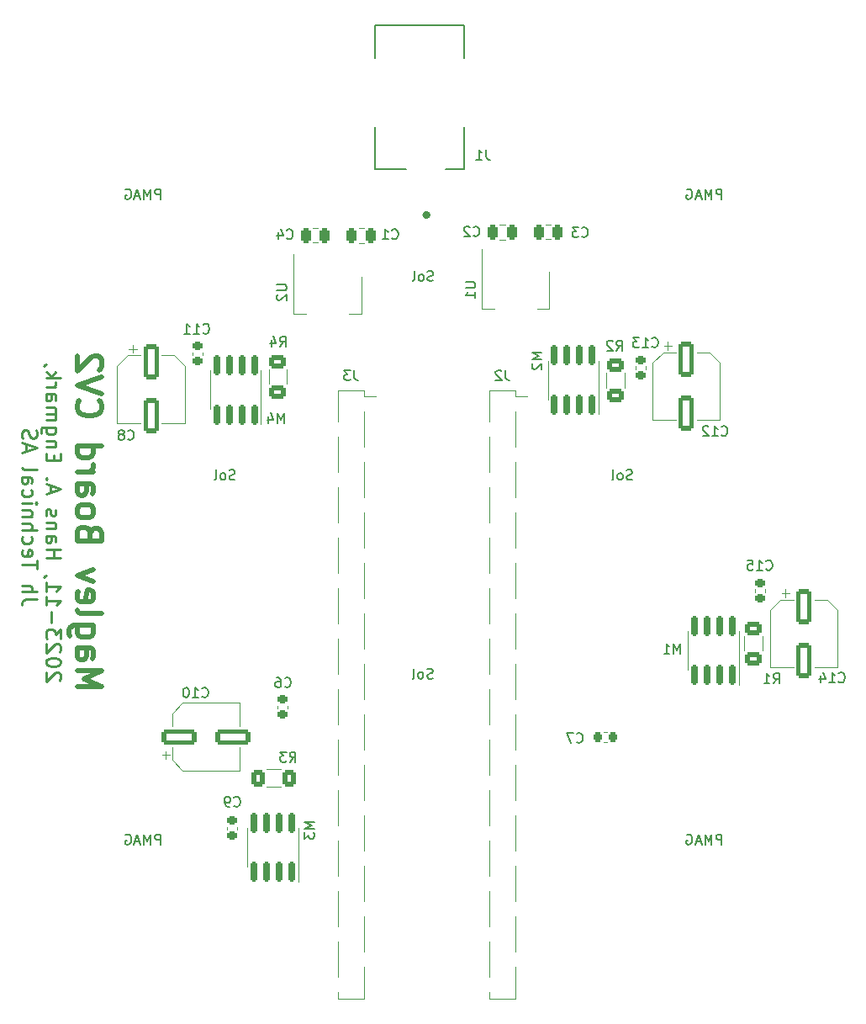
<source format=gbo>
%TF.GenerationSoftware,KiCad,Pcbnew,7.0.9-7.0.9~ubuntu23.04.1*%
%TF.CreationDate,2023-11-29T14:17:22+01:00*%
%TF.ProjectId,maglev cv2,6d61676c-6576-4206-9376-322e6b696361,rev?*%
%TF.SameCoordinates,Original*%
%TF.FileFunction,Legend,Bot*%
%TF.FilePolarity,Positive*%
%FSLAX46Y46*%
G04 Gerber Fmt 4.6, Leading zero omitted, Abs format (unit mm)*
G04 Created by KiCad (PCBNEW 7.0.9-7.0.9~ubuntu23.04.1) date 2023-11-29 14:17:22*
%MOMM*%
%LPD*%
G01*
G04 APERTURE LIST*
G04 Aperture macros list*
%AMRoundRect*
0 Rectangle with rounded corners*
0 $1 Rounding radius*
0 $2 $3 $4 $5 $6 $7 $8 $9 X,Y pos of 4 corners*
0 Add a 4 corners polygon primitive as box body*
4,1,4,$2,$3,$4,$5,$6,$7,$8,$9,$2,$3,0*
0 Add four circle primitives for the rounded corners*
1,1,$1+$1,$2,$3*
1,1,$1+$1,$4,$5*
1,1,$1+$1,$6,$7*
1,1,$1+$1,$8,$9*
0 Add four rect primitives between the rounded corners*
20,1,$1+$1,$2,$3,$4,$5,0*
20,1,$1+$1,$4,$5,$6,$7,0*
20,1,$1+$1,$6,$7,$8,$9,0*
20,1,$1+$1,$8,$9,$2,$3,0*%
G04 Aperture macros list end*
%ADD10C,0.500000*%
%ADD11C,0.250000*%
%ADD12C,0.150000*%
%ADD13C,0.120000*%
%ADD14C,0.400000*%
%ADD15C,0.127000*%
%ADD16C,2.500000*%
%ADD17RoundRect,0.250000X-0.250000X-0.475000X0.250000X-0.475000X0.250000X0.475000X-0.250000X0.475000X0*%
%ADD18RoundRect,0.250000X-0.550000X1.500000X-0.550000X-1.500000X0.550000X-1.500000X0.550000X1.500000X0*%
%ADD19C,3.200000*%
%ADD20RoundRect,0.250000X-0.625000X0.400000X-0.625000X-0.400000X0.625000X-0.400000X0.625000X0.400000X0*%
%ADD21RoundRect,0.225000X-0.225000X-0.250000X0.225000X-0.250000X0.225000X0.250000X-0.225000X0.250000X0*%
%ADD22RoundRect,0.150000X0.150000X-0.825000X0.150000X0.825000X-0.150000X0.825000X-0.150000X-0.825000X0*%
%ADD23R,3.300000X2.410000*%
%ADD24R,1.500000X2.000000*%
%ADD25R,3.800000X2.000000*%
%ADD26RoundRect,0.250000X-1.500000X-0.550000X1.500000X-0.550000X1.500000X0.550000X-1.500000X0.550000X0*%
%ADD27R,1.900000X1.000000*%
%ADD28RoundRect,0.250000X0.250000X0.475000X-0.250000X0.475000X-0.250000X-0.475000X0.250000X-0.475000X0*%
%ADD29R,3.900000X6.200000*%
%ADD30R,3.300000X4.400000*%
%ADD31C,2.000000*%
%ADD32RoundRect,0.225000X-0.250000X0.225000X-0.250000X-0.225000X0.250000X-0.225000X0.250000X0.225000X0*%
%ADD33RoundRect,0.250000X0.400000X0.625000X-0.400000X0.625000X-0.400000X-0.625000X0.400000X-0.625000X0*%
G04 APERTURE END LIST*
D10*
X111353202Y-116347542D02*
X113853202Y-116347542D01*
X113853202Y-116347542D02*
X112067488Y-115514209D01*
X112067488Y-115514209D02*
X113853202Y-114680876D01*
X113853202Y-114680876D02*
X111353202Y-114680876D01*
X111353202Y-112418971D02*
X112662726Y-112418971D01*
X112662726Y-112418971D02*
X112900821Y-112538018D01*
X112900821Y-112538018D02*
X113019869Y-112776114D01*
X113019869Y-112776114D02*
X113019869Y-113252304D01*
X113019869Y-113252304D02*
X112900821Y-113490399D01*
X111472250Y-112418971D02*
X111353202Y-112657066D01*
X111353202Y-112657066D02*
X111353202Y-113252304D01*
X111353202Y-113252304D02*
X111472250Y-113490399D01*
X111472250Y-113490399D02*
X111710345Y-113609447D01*
X111710345Y-113609447D02*
X111948440Y-113609447D01*
X111948440Y-113609447D02*
X112186535Y-113490399D01*
X112186535Y-113490399D02*
X112305583Y-113252304D01*
X112305583Y-113252304D02*
X112305583Y-112657066D01*
X112305583Y-112657066D02*
X112424630Y-112418971D01*
X113019869Y-110157066D02*
X110996059Y-110157066D01*
X110996059Y-110157066D02*
X110757964Y-110276113D01*
X110757964Y-110276113D02*
X110638916Y-110395161D01*
X110638916Y-110395161D02*
X110519869Y-110633256D01*
X110519869Y-110633256D02*
X110519869Y-110990399D01*
X110519869Y-110990399D02*
X110638916Y-111228494D01*
X111472250Y-110157066D02*
X111353202Y-110395161D01*
X111353202Y-110395161D02*
X111353202Y-110871352D01*
X111353202Y-110871352D02*
X111472250Y-111109447D01*
X111472250Y-111109447D02*
X111591297Y-111228494D01*
X111591297Y-111228494D02*
X111829392Y-111347542D01*
X111829392Y-111347542D02*
X112543678Y-111347542D01*
X112543678Y-111347542D02*
X112781773Y-111228494D01*
X112781773Y-111228494D02*
X112900821Y-111109447D01*
X112900821Y-111109447D02*
X113019869Y-110871352D01*
X113019869Y-110871352D02*
X113019869Y-110395161D01*
X113019869Y-110395161D02*
X112900821Y-110157066D01*
X111353202Y-108609447D02*
X111472250Y-108847542D01*
X111472250Y-108847542D02*
X111710345Y-108966589D01*
X111710345Y-108966589D02*
X113853202Y-108966589D01*
X111472250Y-106704684D02*
X111353202Y-106942780D01*
X111353202Y-106942780D02*
X111353202Y-107418970D01*
X111353202Y-107418970D02*
X111472250Y-107657065D01*
X111472250Y-107657065D02*
X111710345Y-107776113D01*
X111710345Y-107776113D02*
X112662726Y-107776113D01*
X112662726Y-107776113D02*
X112900821Y-107657065D01*
X112900821Y-107657065D02*
X113019869Y-107418970D01*
X113019869Y-107418970D02*
X113019869Y-106942780D01*
X113019869Y-106942780D02*
X112900821Y-106704684D01*
X112900821Y-106704684D02*
X112662726Y-106585637D01*
X112662726Y-106585637D02*
X112424630Y-106585637D01*
X112424630Y-106585637D02*
X112186535Y-107776113D01*
X113019869Y-105752304D02*
X111353202Y-105157066D01*
X111353202Y-105157066D02*
X113019869Y-104561827D01*
X112662726Y-100871351D02*
X112543678Y-100514208D01*
X112543678Y-100514208D02*
X112424630Y-100395161D01*
X112424630Y-100395161D02*
X112186535Y-100276113D01*
X112186535Y-100276113D02*
X111829392Y-100276113D01*
X111829392Y-100276113D02*
X111591297Y-100395161D01*
X111591297Y-100395161D02*
X111472250Y-100514208D01*
X111472250Y-100514208D02*
X111353202Y-100752303D01*
X111353202Y-100752303D02*
X111353202Y-101704684D01*
X111353202Y-101704684D02*
X113853202Y-101704684D01*
X113853202Y-101704684D02*
X113853202Y-100871351D01*
X113853202Y-100871351D02*
X113734154Y-100633256D01*
X113734154Y-100633256D02*
X113615107Y-100514208D01*
X113615107Y-100514208D02*
X113377011Y-100395161D01*
X113377011Y-100395161D02*
X113138916Y-100395161D01*
X113138916Y-100395161D02*
X112900821Y-100514208D01*
X112900821Y-100514208D02*
X112781773Y-100633256D01*
X112781773Y-100633256D02*
X112662726Y-100871351D01*
X112662726Y-100871351D02*
X112662726Y-101704684D01*
X111353202Y-98847542D02*
X111472250Y-99085637D01*
X111472250Y-99085637D02*
X111591297Y-99204684D01*
X111591297Y-99204684D02*
X111829392Y-99323732D01*
X111829392Y-99323732D02*
X112543678Y-99323732D01*
X112543678Y-99323732D02*
X112781773Y-99204684D01*
X112781773Y-99204684D02*
X112900821Y-99085637D01*
X112900821Y-99085637D02*
X113019869Y-98847542D01*
X113019869Y-98847542D02*
X113019869Y-98490399D01*
X113019869Y-98490399D02*
X112900821Y-98252303D01*
X112900821Y-98252303D02*
X112781773Y-98133256D01*
X112781773Y-98133256D02*
X112543678Y-98014208D01*
X112543678Y-98014208D02*
X111829392Y-98014208D01*
X111829392Y-98014208D02*
X111591297Y-98133256D01*
X111591297Y-98133256D02*
X111472250Y-98252303D01*
X111472250Y-98252303D02*
X111353202Y-98490399D01*
X111353202Y-98490399D02*
X111353202Y-98847542D01*
X111353202Y-95871351D02*
X112662726Y-95871351D01*
X112662726Y-95871351D02*
X112900821Y-95990398D01*
X112900821Y-95990398D02*
X113019869Y-96228494D01*
X113019869Y-96228494D02*
X113019869Y-96704684D01*
X113019869Y-96704684D02*
X112900821Y-96942779D01*
X111472250Y-95871351D02*
X111353202Y-96109446D01*
X111353202Y-96109446D02*
X111353202Y-96704684D01*
X111353202Y-96704684D02*
X111472250Y-96942779D01*
X111472250Y-96942779D02*
X111710345Y-97061827D01*
X111710345Y-97061827D02*
X111948440Y-97061827D01*
X111948440Y-97061827D02*
X112186535Y-96942779D01*
X112186535Y-96942779D02*
X112305583Y-96704684D01*
X112305583Y-96704684D02*
X112305583Y-96109446D01*
X112305583Y-96109446D02*
X112424630Y-95871351D01*
X111353202Y-94680874D02*
X113019869Y-94680874D01*
X112543678Y-94680874D02*
X112781773Y-94561827D01*
X112781773Y-94561827D02*
X112900821Y-94442779D01*
X112900821Y-94442779D02*
X113019869Y-94204684D01*
X113019869Y-94204684D02*
X113019869Y-93966589D01*
X111353202Y-92061827D02*
X113853202Y-92061827D01*
X111472250Y-92061827D02*
X111353202Y-92299922D01*
X111353202Y-92299922D02*
X111353202Y-92776113D01*
X111353202Y-92776113D02*
X111472250Y-93014208D01*
X111472250Y-93014208D02*
X111591297Y-93133255D01*
X111591297Y-93133255D02*
X111829392Y-93252303D01*
X111829392Y-93252303D02*
X112543678Y-93252303D01*
X112543678Y-93252303D02*
X112781773Y-93133255D01*
X112781773Y-93133255D02*
X112900821Y-93014208D01*
X112900821Y-93014208D02*
X113019869Y-92776113D01*
X113019869Y-92776113D02*
X113019869Y-92299922D01*
X113019869Y-92299922D02*
X112900821Y-92061827D01*
X111591297Y-87538017D02*
X111472250Y-87657065D01*
X111472250Y-87657065D02*
X111353202Y-88014207D01*
X111353202Y-88014207D02*
X111353202Y-88252303D01*
X111353202Y-88252303D02*
X111472250Y-88609446D01*
X111472250Y-88609446D02*
X111710345Y-88847541D01*
X111710345Y-88847541D02*
X111948440Y-88966588D01*
X111948440Y-88966588D02*
X112424630Y-89085636D01*
X112424630Y-89085636D02*
X112781773Y-89085636D01*
X112781773Y-89085636D02*
X113257964Y-88966588D01*
X113257964Y-88966588D02*
X113496059Y-88847541D01*
X113496059Y-88847541D02*
X113734154Y-88609446D01*
X113734154Y-88609446D02*
X113853202Y-88252303D01*
X113853202Y-88252303D02*
X113853202Y-88014207D01*
X113853202Y-88014207D02*
X113734154Y-87657065D01*
X113734154Y-87657065D02*
X113615107Y-87538017D01*
X113853202Y-86823731D02*
X111353202Y-85990398D01*
X111353202Y-85990398D02*
X113853202Y-85157065D01*
X113615107Y-84442779D02*
X113734154Y-84323731D01*
X113734154Y-84323731D02*
X113853202Y-84085636D01*
X113853202Y-84085636D02*
X113853202Y-83490398D01*
X113853202Y-83490398D02*
X113734154Y-83252303D01*
X113734154Y-83252303D02*
X113615107Y-83133255D01*
X113615107Y-83133255D02*
X113377011Y-83014208D01*
X113377011Y-83014208D02*
X113138916Y-83014208D01*
X113138916Y-83014208D02*
X112781773Y-83133255D01*
X112781773Y-83133255D02*
X111353202Y-84561827D01*
X111353202Y-84561827D02*
X111353202Y-83014208D01*
D11*
X109567464Y-115704684D02*
X109638892Y-115633256D01*
X109638892Y-115633256D02*
X109710321Y-115490399D01*
X109710321Y-115490399D02*
X109710321Y-115133256D01*
X109710321Y-115133256D02*
X109638892Y-114990399D01*
X109638892Y-114990399D02*
X109567464Y-114918970D01*
X109567464Y-114918970D02*
X109424607Y-114847541D01*
X109424607Y-114847541D02*
X109281750Y-114847541D01*
X109281750Y-114847541D02*
X109067464Y-114918970D01*
X109067464Y-114918970D02*
X108210321Y-115776113D01*
X108210321Y-115776113D02*
X108210321Y-114847541D01*
X109710321Y-113918970D02*
X109710321Y-113776113D01*
X109710321Y-113776113D02*
X109638892Y-113633256D01*
X109638892Y-113633256D02*
X109567464Y-113561828D01*
X109567464Y-113561828D02*
X109424607Y-113490399D01*
X109424607Y-113490399D02*
X109138892Y-113418970D01*
X109138892Y-113418970D02*
X108781750Y-113418970D01*
X108781750Y-113418970D02*
X108496035Y-113490399D01*
X108496035Y-113490399D02*
X108353178Y-113561828D01*
X108353178Y-113561828D02*
X108281750Y-113633256D01*
X108281750Y-113633256D02*
X108210321Y-113776113D01*
X108210321Y-113776113D02*
X108210321Y-113918970D01*
X108210321Y-113918970D02*
X108281750Y-114061828D01*
X108281750Y-114061828D02*
X108353178Y-114133256D01*
X108353178Y-114133256D02*
X108496035Y-114204685D01*
X108496035Y-114204685D02*
X108781750Y-114276113D01*
X108781750Y-114276113D02*
X109138892Y-114276113D01*
X109138892Y-114276113D02*
X109424607Y-114204685D01*
X109424607Y-114204685D02*
X109567464Y-114133256D01*
X109567464Y-114133256D02*
X109638892Y-114061828D01*
X109638892Y-114061828D02*
X109710321Y-113918970D01*
X109567464Y-112847542D02*
X109638892Y-112776114D01*
X109638892Y-112776114D02*
X109710321Y-112633257D01*
X109710321Y-112633257D02*
X109710321Y-112276114D01*
X109710321Y-112276114D02*
X109638892Y-112133257D01*
X109638892Y-112133257D02*
X109567464Y-112061828D01*
X109567464Y-112061828D02*
X109424607Y-111990399D01*
X109424607Y-111990399D02*
X109281750Y-111990399D01*
X109281750Y-111990399D02*
X109067464Y-112061828D01*
X109067464Y-112061828D02*
X108210321Y-112918971D01*
X108210321Y-112918971D02*
X108210321Y-111990399D01*
X109710321Y-111490400D02*
X109710321Y-110561828D01*
X109710321Y-110561828D02*
X109138892Y-111061828D01*
X109138892Y-111061828D02*
X109138892Y-110847543D01*
X109138892Y-110847543D02*
X109067464Y-110704686D01*
X109067464Y-110704686D02*
X108996035Y-110633257D01*
X108996035Y-110633257D02*
X108853178Y-110561828D01*
X108853178Y-110561828D02*
X108496035Y-110561828D01*
X108496035Y-110561828D02*
X108353178Y-110633257D01*
X108353178Y-110633257D02*
X108281750Y-110704686D01*
X108281750Y-110704686D02*
X108210321Y-110847543D01*
X108210321Y-110847543D02*
X108210321Y-111276114D01*
X108210321Y-111276114D02*
X108281750Y-111418971D01*
X108281750Y-111418971D02*
X108353178Y-111490400D01*
X108781750Y-109918972D02*
X108781750Y-108776115D01*
X108210321Y-107276114D02*
X108210321Y-108133257D01*
X108210321Y-107704686D02*
X109710321Y-107704686D01*
X109710321Y-107704686D02*
X109496035Y-107847543D01*
X109496035Y-107847543D02*
X109353178Y-107990400D01*
X109353178Y-107990400D02*
X109281750Y-108133257D01*
X108210321Y-105847543D02*
X108210321Y-106704686D01*
X108210321Y-106276115D02*
X109710321Y-106276115D01*
X109710321Y-106276115D02*
X109496035Y-106418972D01*
X109496035Y-106418972D02*
X109353178Y-106561829D01*
X109353178Y-106561829D02*
X109281750Y-106704686D01*
X108281750Y-105133258D02*
X108210321Y-105133258D01*
X108210321Y-105133258D02*
X108067464Y-105204687D01*
X108067464Y-105204687D02*
X107996035Y-105276115D01*
X108210321Y-103347544D02*
X109710321Y-103347544D01*
X108996035Y-103347544D02*
X108996035Y-102490401D01*
X108210321Y-102490401D02*
X109710321Y-102490401D01*
X108210321Y-101133258D02*
X108996035Y-101133258D01*
X108996035Y-101133258D02*
X109138892Y-101204686D01*
X109138892Y-101204686D02*
X109210321Y-101347543D01*
X109210321Y-101347543D02*
X109210321Y-101633258D01*
X109210321Y-101633258D02*
X109138892Y-101776115D01*
X108281750Y-101133258D02*
X108210321Y-101276115D01*
X108210321Y-101276115D02*
X108210321Y-101633258D01*
X108210321Y-101633258D02*
X108281750Y-101776115D01*
X108281750Y-101776115D02*
X108424607Y-101847543D01*
X108424607Y-101847543D02*
X108567464Y-101847543D01*
X108567464Y-101847543D02*
X108710321Y-101776115D01*
X108710321Y-101776115D02*
X108781750Y-101633258D01*
X108781750Y-101633258D02*
X108781750Y-101276115D01*
X108781750Y-101276115D02*
X108853178Y-101133258D01*
X109210321Y-100418972D02*
X108210321Y-100418972D01*
X109067464Y-100418972D02*
X109138892Y-100347543D01*
X109138892Y-100347543D02*
X109210321Y-100204686D01*
X109210321Y-100204686D02*
X109210321Y-99990400D01*
X109210321Y-99990400D02*
X109138892Y-99847543D01*
X109138892Y-99847543D02*
X108996035Y-99776115D01*
X108996035Y-99776115D02*
X108210321Y-99776115D01*
X108281750Y-99133257D02*
X108210321Y-98990400D01*
X108210321Y-98990400D02*
X108210321Y-98704686D01*
X108210321Y-98704686D02*
X108281750Y-98561829D01*
X108281750Y-98561829D02*
X108424607Y-98490400D01*
X108424607Y-98490400D02*
X108496035Y-98490400D01*
X108496035Y-98490400D02*
X108638892Y-98561829D01*
X108638892Y-98561829D02*
X108710321Y-98704686D01*
X108710321Y-98704686D02*
X108710321Y-98918972D01*
X108710321Y-98918972D02*
X108781750Y-99061829D01*
X108781750Y-99061829D02*
X108924607Y-99133257D01*
X108924607Y-99133257D02*
X108996035Y-99133257D01*
X108996035Y-99133257D02*
X109138892Y-99061829D01*
X109138892Y-99061829D02*
X109210321Y-98918972D01*
X109210321Y-98918972D02*
X109210321Y-98704686D01*
X109210321Y-98704686D02*
X109138892Y-98561829D01*
X108638892Y-96776114D02*
X108638892Y-96061829D01*
X108210321Y-96918971D02*
X109710321Y-96418971D01*
X109710321Y-96418971D02*
X108210321Y-95918971D01*
X108353178Y-95418972D02*
X108281750Y-95347543D01*
X108281750Y-95347543D02*
X108210321Y-95418972D01*
X108210321Y-95418972D02*
X108281750Y-95490400D01*
X108281750Y-95490400D02*
X108353178Y-95418972D01*
X108353178Y-95418972D02*
X108210321Y-95418972D01*
X108996035Y-93561829D02*
X108996035Y-93061829D01*
X108210321Y-92847543D02*
X108210321Y-93561829D01*
X108210321Y-93561829D02*
X109710321Y-93561829D01*
X109710321Y-93561829D02*
X109710321Y-92847543D01*
X109210321Y-92204686D02*
X108210321Y-92204686D01*
X109067464Y-92204686D02*
X109138892Y-92133257D01*
X109138892Y-92133257D02*
X109210321Y-91990400D01*
X109210321Y-91990400D02*
X109210321Y-91776114D01*
X109210321Y-91776114D02*
X109138892Y-91633257D01*
X109138892Y-91633257D02*
X108996035Y-91561829D01*
X108996035Y-91561829D02*
X108210321Y-91561829D01*
X109210321Y-90204686D02*
X107996035Y-90204686D01*
X107996035Y-90204686D02*
X107853178Y-90276114D01*
X107853178Y-90276114D02*
X107781750Y-90347543D01*
X107781750Y-90347543D02*
X107710321Y-90490400D01*
X107710321Y-90490400D02*
X107710321Y-90704686D01*
X107710321Y-90704686D02*
X107781750Y-90847543D01*
X108281750Y-90204686D02*
X108210321Y-90347543D01*
X108210321Y-90347543D02*
X108210321Y-90633257D01*
X108210321Y-90633257D02*
X108281750Y-90776114D01*
X108281750Y-90776114D02*
X108353178Y-90847543D01*
X108353178Y-90847543D02*
X108496035Y-90918971D01*
X108496035Y-90918971D02*
X108924607Y-90918971D01*
X108924607Y-90918971D02*
X109067464Y-90847543D01*
X109067464Y-90847543D02*
X109138892Y-90776114D01*
X109138892Y-90776114D02*
X109210321Y-90633257D01*
X109210321Y-90633257D02*
X109210321Y-90347543D01*
X109210321Y-90347543D02*
X109138892Y-90204686D01*
X108210321Y-89490400D02*
X109210321Y-89490400D01*
X109067464Y-89490400D02*
X109138892Y-89418971D01*
X109138892Y-89418971D02*
X109210321Y-89276114D01*
X109210321Y-89276114D02*
X109210321Y-89061828D01*
X109210321Y-89061828D02*
X109138892Y-88918971D01*
X109138892Y-88918971D02*
X108996035Y-88847543D01*
X108996035Y-88847543D02*
X108210321Y-88847543D01*
X108996035Y-88847543D02*
X109138892Y-88776114D01*
X109138892Y-88776114D02*
X109210321Y-88633257D01*
X109210321Y-88633257D02*
X109210321Y-88418971D01*
X109210321Y-88418971D02*
X109138892Y-88276114D01*
X109138892Y-88276114D02*
X108996035Y-88204685D01*
X108996035Y-88204685D02*
X108210321Y-88204685D01*
X108210321Y-86847543D02*
X108996035Y-86847543D01*
X108996035Y-86847543D02*
X109138892Y-86918971D01*
X109138892Y-86918971D02*
X109210321Y-87061828D01*
X109210321Y-87061828D02*
X109210321Y-87347543D01*
X109210321Y-87347543D02*
X109138892Y-87490400D01*
X108281750Y-86847543D02*
X108210321Y-86990400D01*
X108210321Y-86990400D02*
X108210321Y-87347543D01*
X108210321Y-87347543D02*
X108281750Y-87490400D01*
X108281750Y-87490400D02*
X108424607Y-87561828D01*
X108424607Y-87561828D02*
X108567464Y-87561828D01*
X108567464Y-87561828D02*
X108710321Y-87490400D01*
X108710321Y-87490400D02*
X108781750Y-87347543D01*
X108781750Y-87347543D02*
X108781750Y-86990400D01*
X108781750Y-86990400D02*
X108853178Y-86847543D01*
X108210321Y-86133257D02*
X109210321Y-86133257D01*
X108924607Y-86133257D02*
X109067464Y-86061828D01*
X109067464Y-86061828D02*
X109138892Y-85990400D01*
X109138892Y-85990400D02*
X109210321Y-85847542D01*
X109210321Y-85847542D02*
X109210321Y-85704685D01*
X108210321Y-85204686D02*
X109710321Y-85204686D01*
X108781750Y-85061829D02*
X108210321Y-84633257D01*
X109210321Y-84633257D02*
X108638892Y-85204686D01*
X108281750Y-83918971D02*
X108210321Y-83918971D01*
X108210321Y-83918971D02*
X108067464Y-83990400D01*
X108067464Y-83990400D02*
X107996035Y-84061828D01*
X107295321Y-107490398D02*
X106223892Y-107490398D01*
X106223892Y-107490398D02*
X106009607Y-107561827D01*
X106009607Y-107561827D02*
X105866750Y-107704684D01*
X105866750Y-107704684D02*
X105795321Y-107918970D01*
X105795321Y-107918970D02*
X105795321Y-108061827D01*
X105795321Y-106776113D02*
X107295321Y-106776113D01*
X105795321Y-106133256D02*
X106581035Y-106133256D01*
X106581035Y-106133256D02*
X106723892Y-106204684D01*
X106723892Y-106204684D02*
X106795321Y-106347541D01*
X106795321Y-106347541D02*
X106795321Y-106561827D01*
X106795321Y-106561827D02*
X106723892Y-106704684D01*
X106723892Y-106704684D02*
X106652464Y-106776113D01*
X107295321Y-104490398D02*
X107295321Y-103633256D01*
X105795321Y-104061827D02*
X107295321Y-104061827D01*
X105866750Y-102561827D02*
X105795321Y-102704684D01*
X105795321Y-102704684D02*
X105795321Y-102990399D01*
X105795321Y-102990399D02*
X105866750Y-103133256D01*
X105866750Y-103133256D02*
X106009607Y-103204684D01*
X106009607Y-103204684D02*
X106581035Y-103204684D01*
X106581035Y-103204684D02*
X106723892Y-103133256D01*
X106723892Y-103133256D02*
X106795321Y-102990399D01*
X106795321Y-102990399D02*
X106795321Y-102704684D01*
X106795321Y-102704684D02*
X106723892Y-102561827D01*
X106723892Y-102561827D02*
X106581035Y-102490399D01*
X106581035Y-102490399D02*
X106438178Y-102490399D01*
X106438178Y-102490399D02*
X106295321Y-103204684D01*
X105866750Y-101204685D02*
X105795321Y-101347542D01*
X105795321Y-101347542D02*
X105795321Y-101633256D01*
X105795321Y-101633256D02*
X105866750Y-101776113D01*
X105866750Y-101776113D02*
X105938178Y-101847542D01*
X105938178Y-101847542D02*
X106081035Y-101918970D01*
X106081035Y-101918970D02*
X106509607Y-101918970D01*
X106509607Y-101918970D02*
X106652464Y-101847542D01*
X106652464Y-101847542D02*
X106723892Y-101776113D01*
X106723892Y-101776113D02*
X106795321Y-101633256D01*
X106795321Y-101633256D02*
X106795321Y-101347542D01*
X106795321Y-101347542D02*
X106723892Y-101204685D01*
X105795321Y-100561828D02*
X107295321Y-100561828D01*
X105795321Y-99918971D02*
X106581035Y-99918971D01*
X106581035Y-99918971D02*
X106723892Y-99990399D01*
X106723892Y-99990399D02*
X106795321Y-100133256D01*
X106795321Y-100133256D02*
X106795321Y-100347542D01*
X106795321Y-100347542D02*
X106723892Y-100490399D01*
X106723892Y-100490399D02*
X106652464Y-100561828D01*
X106795321Y-99204685D02*
X105795321Y-99204685D01*
X106652464Y-99204685D02*
X106723892Y-99133256D01*
X106723892Y-99133256D02*
X106795321Y-98990399D01*
X106795321Y-98990399D02*
X106795321Y-98776113D01*
X106795321Y-98776113D02*
X106723892Y-98633256D01*
X106723892Y-98633256D02*
X106581035Y-98561828D01*
X106581035Y-98561828D02*
X105795321Y-98561828D01*
X105795321Y-97847542D02*
X106795321Y-97847542D01*
X107295321Y-97847542D02*
X107223892Y-97918970D01*
X107223892Y-97918970D02*
X107152464Y-97847542D01*
X107152464Y-97847542D02*
X107223892Y-97776113D01*
X107223892Y-97776113D02*
X107295321Y-97847542D01*
X107295321Y-97847542D02*
X107152464Y-97847542D01*
X105866750Y-96490399D02*
X105795321Y-96633256D01*
X105795321Y-96633256D02*
X105795321Y-96918970D01*
X105795321Y-96918970D02*
X105866750Y-97061827D01*
X105866750Y-97061827D02*
X105938178Y-97133256D01*
X105938178Y-97133256D02*
X106081035Y-97204684D01*
X106081035Y-97204684D02*
X106509607Y-97204684D01*
X106509607Y-97204684D02*
X106652464Y-97133256D01*
X106652464Y-97133256D02*
X106723892Y-97061827D01*
X106723892Y-97061827D02*
X106795321Y-96918970D01*
X106795321Y-96918970D02*
X106795321Y-96633256D01*
X106795321Y-96633256D02*
X106723892Y-96490399D01*
X105795321Y-95204685D02*
X106581035Y-95204685D01*
X106581035Y-95204685D02*
X106723892Y-95276113D01*
X106723892Y-95276113D02*
X106795321Y-95418970D01*
X106795321Y-95418970D02*
X106795321Y-95704685D01*
X106795321Y-95704685D02*
X106723892Y-95847542D01*
X105866750Y-95204685D02*
X105795321Y-95347542D01*
X105795321Y-95347542D02*
X105795321Y-95704685D01*
X105795321Y-95704685D02*
X105866750Y-95847542D01*
X105866750Y-95847542D02*
X106009607Y-95918970D01*
X106009607Y-95918970D02*
X106152464Y-95918970D01*
X106152464Y-95918970D02*
X106295321Y-95847542D01*
X106295321Y-95847542D02*
X106366750Y-95704685D01*
X106366750Y-95704685D02*
X106366750Y-95347542D01*
X106366750Y-95347542D02*
X106438178Y-95204685D01*
X105795321Y-94276113D02*
X105866750Y-94418970D01*
X105866750Y-94418970D02*
X106009607Y-94490399D01*
X106009607Y-94490399D02*
X107295321Y-94490399D01*
X106223892Y-92633256D02*
X106223892Y-91918971D01*
X105795321Y-92776113D02*
X107295321Y-92276113D01*
X107295321Y-92276113D02*
X105795321Y-91776113D01*
X105866750Y-91347542D02*
X105795321Y-91133257D01*
X105795321Y-91133257D02*
X105795321Y-90776114D01*
X105795321Y-90776114D02*
X105866750Y-90633257D01*
X105866750Y-90633257D02*
X105938178Y-90561828D01*
X105938178Y-90561828D02*
X106081035Y-90490399D01*
X106081035Y-90490399D02*
X106223892Y-90490399D01*
X106223892Y-90490399D02*
X106366750Y-90561828D01*
X106366750Y-90561828D02*
X106438178Y-90633257D01*
X106438178Y-90633257D02*
X106509607Y-90776114D01*
X106509607Y-90776114D02*
X106581035Y-91061828D01*
X106581035Y-91061828D02*
X106652464Y-91204685D01*
X106652464Y-91204685D02*
X106723892Y-91276114D01*
X106723892Y-91276114D02*
X106866750Y-91347542D01*
X106866750Y-91347542D02*
X107009607Y-91347542D01*
X107009607Y-91347542D02*
X107152464Y-91276114D01*
X107152464Y-91276114D02*
X107223892Y-91204685D01*
X107223892Y-91204685D02*
X107295321Y-91061828D01*
X107295321Y-91061828D02*
X107295321Y-90704685D01*
X107295321Y-90704685D02*
X107223892Y-90490399D01*
D12*
X143066666Y-71199980D02*
X143114285Y-71247600D01*
X143114285Y-71247600D02*
X143257142Y-71295219D01*
X143257142Y-71295219D02*
X143352380Y-71295219D01*
X143352380Y-71295219D02*
X143495237Y-71247600D01*
X143495237Y-71247600D02*
X143590475Y-71152361D01*
X143590475Y-71152361D02*
X143638094Y-71057123D01*
X143638094Y-71057123D02*
X143685713Y-70866647D01*
X143685713Y-70866647D02*
X143685713Y-70723790D01*
X143685713Y-70723790D02*
X143638094Y-70533314D01*
X143638094Y-70533314D02*
X143590475Y-70438076D01*
X143590475Y-70438076D02*
X143495237Y-70342838D01*
X143495237Y-70342838D02*
X143352380Y-70295219D01*
X143352380Y-70295219D02*
X143257142Y-70295219D01*
X143257142Y-70295219D02*
X143114285Y-70342838D01*
X143114285Y-70342838D02*
X143066666Y-70390457D01*
X142114285Y-71295219D02*
X142685713Y-71295219D01*
X142399999Y-71295219D02*
X142399999Y-70295219D01*
X142399999Y-70295219D02*
X142495237Y-70438076D01*
X142495237Y-70438076D02*
X142590475Y-70533314D01*
X142590475Y-70533314D02*
X142685713Y-70580933D01*
X176242857Y-90999980D02*
X176290476Y-91047600D01*
X176290476Y-91047600D02*
X176433333Y-91095219D01*
X176433333Y-91095219D02*
X176528571Y-91095219D01*
X176528571Y-91095219D02*
X176671428Y-91047600D01*
X176671428Y-91047600D02*
X176766666Y-90952361D01*
X176766666Y-90952361D02*
X176814285Y-90857123D01*
X176814285Y-90857123D02*
X176861904Y-90666647D01*
X176861904Y-90666647D02*
X176861904Y-90523790D01*
X176861904Y-90523790D02*
X176814285Y-90333314D01*
X176814285Y-90333314D02*
X176766666Y-90238076D01*
X176766666Y-90238076D02*
X176671428Y-90142838D01*
X176671428Y-90142838D02*
X176528571Y-90095219D01*
X176528571Y-90095219D02*
X176433333Y-90095219D01*
X176433333Y-90095219D02*
X176290476Y-90142838D01*
X176290476Y-90142838D02*
X176242857Y-90190457D01*
X175290476Y-91095219D02*
X175861904Y-91095219D01*
X175576190Y-91095219D02*
X175576190Y-90095219D01*
X175576190Y-90095219D02*
X175671428Y-90238076D01*
X175671428Y-90238076D02*
X175766666Y-90333314D01*
X175766666Y-90333314D02*
X175861904Y-90380933D01*
X174909523Y-90190457D02*
X174861904Y-90142838D01*
X174861904Y-90142838D02*
X174766666Y-90095219D01*
X174766666Y-90095219D02*
X174528571Y-90095219D01*
X174528571Y-90095219D02*
X174433333Y-90142838D01*
X174433333Y-90142838D02*
X174385714Y-90190457D01*
X174385714Y-90190457D02*
X174338095Y-90285695D01*
X174338095Y-90285695D02*
X174338095Y-90380933D01*
X174338095Y-90380933D02*
X174385714Y-90523790D01*
X174385714Y-90523790D02*
X174957142Y-91095219D01*
X174957142Y-91095219D02*
X174338095Y-91095219D01*
X181466666Y-115995219D02*
X181799999Y-115519028D01*
X182038094Y-115995219D02*
X182038094Y-114995219D01*
X182038094Y-114995219D02*
X181657142Y-114995219D01*
X181657142Y-114995219D02*
X181561904Y-115042838D01*
X181561904Y-115042838D02*
X181514285Y-115090457D01*
X181514285Y-115090457D02*
X181466666Y-115185695D01*
X181466666Y-115185695D02*
X181466666Y-115328552D01*
X181466666Y-115328552D02*
X181514285Y-115423790D01*
X181514285Y-115423790D02*
X181561904Y-115471409D01*
X181561904Y-115471409D02*
X181657142Y-115519028D01*
X181657142Y-115519028D02*
X182038094Y-115519028D01*
X180514285Y-115995219D02*
X181085713Y-115995219D01*
X180799999Y-115995219D02*
X180799999Y-114995219D01*
X180799999Y-114995219D02*
X180895237Y-115138076D01*
X180895237Y-115138076D02*
X180990475Y-115233314D01*
X180990475Y-115233314D02*
X181085713Y-115280933D01*
X161659866Y-121873180D02*
X161707485Y-121920800D01*
X161707485Y-121920800D02*
X161850342Y-121968419D01*
X161850342Y-121968419D02*
X161945580Y-121968419D01*
X161945580Y-121968419D02*
X162088437Y-121920800D01*
X162088437Y-121920800D02*
X162183675Y-121825561D01*
X162183675Y-121825561D02*
X162231294Y-121730323D01*
X162231294Y-121730323D02*
X162278913Y-121539847D01*
X162278913Y-121539847D02*
X162278913Y-121396990D01*
X162278913Y-121396990D02*
X162231294Y-121206514D01*
X162231294Y-121206514D02*
X162183675Y-121111276D01*
X162183675Y-121111276D02*
X162088437Y-121016038D01*
X162088437Y-121016038D02*
X161945580Y-120968419D01*
X161945580Y-120968419D02*
X161850342Y-120968419D01*
X161850342Y-120968419D02*
X161707485Y-121016038D01*
X161707485Y-121016038D02*
X161659866Y-121063657D01*
X161326532Y-120968419D02*
X160659866Y-120968419D01*
X160659866Y-120968419D02*
X161088437Y-121968419D01*
X127249999Y-95457200D02*
X127107142Y-95504819D01*
X127107142Y-95504819D02*
X126869047Y-95504819D01*
X126869047Y-95504819D02*
X126773809Y-95457200D01*
X126773809Y-95457200D02*
X126726190Y-95409580D01*
X126726190Y-95409580D02*
X126678571Y-95314342D01*
X126678571Y-95314342D02*
X126678571Y-95219104D01*
X126678571Y-95219104D02*
X126726190Y-95123866D01*
X126726190Y-95123866D02*
X126773809Y-95076247D01*
X126773809Y-95076247D02*
X126869047Y-95028628D01*
X126869047Y-95028628D02*
X127059523Y-94981009D01*
X127059523Y-94981009D02*
X127154761Y-94933390D01*
X127154761Y-94933390D02*
X127202380Y-94885771D01*
X127202380Y-94885771D02*
X127249999Y-94790533D01*
X127249999Y-94790533D02*
X127249999Y-94695295D01*
X127249999Y-94695295D02*
X127202380Y-94600057D01*
X127202380Y-94600057D02*
X127154761Y-94552438D01*
X127154761Y-94552438D02*
X127059523Y-94504819D01*
X127059523Y-94504819D02*
X126821428Y-94504819D01*
X126821428Y-94504819D02*
X126678571Y-94552438D01*
X126107142Y-95504819D02*
X126202380Y-95457200D01*
X126202380Y-95457200D02*
X126249999Y-95409580D01*
X126249999Y-95409580D02*
X126297618Y-95314342D01*
X126297618Y-95314342D02*
X126297618Y-95028628D01*
X126297618Y-95028628D02*
X126249999Y-94933390D01*
X126249999Y-94933390D02*
X126202380Y-94885771D01*
X126202380Y-94885771D02*
X126107142Y-94838152D01*
X126107142Y-94838152D02*
X125964285Y-94838152D01*
X125964285Y-94838152D02*
X125869047Y-94885771D01*
X125869047Y-94885771D02*
X125821428Y-94933390D01*
X125821428Y-94933390D02*
X125773809Y-95028628D01*
X125773809Y-95028628D02*
X125773809Y-95314342D01*
X125773809Y-95314342D02*
X125821428Y-95409580D01*
X125821428Y-95409580D02*
X125869047Y-95457200D01*
X125869047Y-95457200D02*
X125964285Y-95504819D01*
X125964285Y-95504819D02*
X126107142Y-95504819D01*
X125202380Y-95504819D02*
X125297618Y-95457200D01*
X125297618Y-95457200D02*
X125345237Y-95361961D01*
X125345237Y-95361961D02*
X125345237Y-94504819D01*
X132466666Y-71199980D02*
X132514285Y-71247600D01*
X132514285Y-71247600D02*
X132657142Y-71295219D01*
X132657142Y-71295219D02*
X132752380Y-71295219D01*
X132752380Y-71295219D02*
X132895237Y-71247600D01*
X132895237Y-71247600D02*
X132990475Y-71152361D01*
X132990475Y-71152361D02*
X133038094Y-71057123D01*
X133038094Y-71057123D02*
X133085713Y-70866647D01*
X133085713Y-70866647D02*
X133085713Y-70723790D01*
X133085713Y-70723790D02*
X133038094Y-70533314D01*
X133038094Y-70533314D02*
X132990475Y-70438076D01*
X132990475Y-70438076D02*
X132895237Y-70342838D01*
X132895237Y-70342838D02*
X132752380Y-70295219D01*
X132752380Y-70295219D02*
X132657142Y-70295219D01*
X132657142Y-70295219D02*
X132514285Y-70342838D01*
X132514285Y-70342838D02*
X132466666Y-70390457D01*
X131609523Y-70628552D02*
X131609523Y-71295219D01*
X131847618Y-70247600D02*
X132085713Y-70961885D01*
X132085713Y-70961885D02*
X131466666Y-70961885D01*
X135254819Y-129930876D02*
X134254819Y-129930876D01*
X134254819Y-129930876D02*
X134969104Y-130264209D01*
X134969104Y-130264209D02*
X134254819Y-130597542D01*
X134254819Y-130597542D02*
X135254819Y-130597542D01*
X134254819Y-130978495D02*
X134254819Y-131597542D01*
X134254819Y-131597542D02*
X134635771Y-131264209D01*
X134635771Y-131264209D02*
X134635771Y-131407066D01*
X134635771Y-131407066D02*
X134683390Y-131502304D01*
X134683390Y-131502304D02*
X134731009Y-131549923D01*
X134731009Y-131549923D02*
X134826247Y-131597542D01*
X134826247Y-131597542D02*
X135064342Y-131597542D01*
X135064342Y-131597542D02*
X135159580Y-131549923D01*
X135159580Y-131549923D02*
X135207200Y-131502304D01*
X135207200Y-131502304D02*
X135254819Y-131407066D01*
X135254819Y-131407066D02*
X135254819Y-131121352D01*
X135254819Y-131121352D02*
X135207200Y-131026114D01*
X135207200Y-131026114D02*
X135159580Y-130978495D01*
X132209523Y-89795219D02*
X132209523Y-88795219D01*
X132209523Y-88795219D02*
X131876190Y-89509504D01*
X131876190Y-89509504D02*
X131542857Y-88795219D01*
X131542857Y-88795219D02*
X131542857Y-89795219D01*
X130638095Y-89128552D02*
X130638095Y-89795219D01*
X130876190Y-88747600D02*
X131114285Y-89461885D01*
X131114285Y-89461885D02*
X130495238Y-89461885D01*
X119761904Y-67254819D02*
X119761904Y-66254819D01*
X119761904Y-66254819D02*
X119380952Y-66254819D01*
X119380952Y-66254819D02*
X119285714Y-66302438D01*
X119285714Y-66302438D02*
X119238095Y-66350057D01*
X119238095Y-66350057D02*
X119190476Y-66445295D01*
X119190476Y-66445295D02*
X119190476Y-66588152D01*
X119190476Y-66588152D02*
X119238095Y-66683390D01*
X119238095Y-66683390D02*
X119285714Y-66731009D01*
X119285714Y-66731009D02*
X119380952Y-66778628D01*
X119380952Y-66778628D02*
X119761904Y-66778628D01*
X118761904Y-67254819D02*
X118761904Y-66254819D01*
X118761904Y-66254819D02*
X118428571Y-66969104D01*
X118428571Y-66969104D02*
X118095238Y-66254819D01*
X118095238Y-66254819D02*
X118095238Y-67254819D01*
X117666666Y-66969104D02*
X117190476Y-66969104D01*
X117761904Y-67254819D02*
X117428571Y-66254819D01*
X117428571Y-66254819D02*
X117095238Y-67254819D01*
X116238095Y-66302438D02*
X116333333Y-66254819D01*
X116333333Y-66254819D02*
X116476190Y-66254819D01*
X116476190Y-66254819D02*
X116619047Y-66302438D01*
X116619047Y-66302438D02*
X116714285Y-66397676D01*
X116714285Y-66397676D02*
X116761904Y-66492914D01*
X116761904Y-66492914D02*
X116809523Y-66683390D01*
X116809523Y-66683390D02*
X116809523Y-66826247D01*
X116809523Y-66826247D02*
X116761904Y-67016723D01*
X116761904Y-67016723D02*
X116714285Y-67111961D01*
X116714285Y-67111961D02*
X116619047Y-67207200D01*
X116619047Y-67207200D02*
X116476190Y-67254819D01*
X116476190Y-67254819D02*
X116380952Y-67254819D01*
X116380952Y-67254819D02*
X116238095Y-67207200D01*
X116238095Y-67207200D02*
X116190476Y-67159580D01*
X116190476Y-67159580D02*
X116190476Y-66826247D01*
X116190476Y-66826247D02*
X116380952Y-66826247D01*
X116466666Y-91399980D02*
X116514285Y-91447600D01*
X116514285Y-91447600D02*
X116657142Y-91495219D01*
X116657142Y-91495219D02*
X116752380Y-91495219D01*
X116752380Y-91495219D02*
X116895237Y-91447600D01*
X116895237Y-91447600D02*
X116990475Y-91352361D01*
X116990475Y-91352361D02*
X117038094Y-91257123D01*
X117038094Y-91257123D02*
X117085713Y-91066647D01*
X117085713Y-91066647D02*
X117085713Y-90923790D01*
X117085713Y-90923790D02*
X117038094Y-90733314D01*
X117038094Y-90733314D02*
X116990475Y-90638076D01*
X116990475Y-90638076D02*
X116895237Y-90542838D01*
X116895237Y-90542838D02*
X116752380Y-90495219D01*
X116752380Y-90495219D02*
X116657142Y-90495219D01*
X116657142Y-90495219D02*
X116514285Y-90542838D01*
X116514285Y-90542838D02*
X116466666Y-90590457D01*
X115895237Y-90923790D02*
X115990475Y-90876171D01*
X115990475Y-90876171D02*
X116038094Y-90828552D01*
X116038094Y-90828552D02*
X116085713Y-90733314D01*
X116085713Y-90733314D02*
X116085713Y-90685695D01*
X116085713Y-90685695D02*
X116038094Y-90590457D01*
X116038094Y-90590457D02*
X115990475Y-90542838D01*
X115990475Y-90542838D02*
X115895237Y-90495219D01*
X115895237Y-90495219D02*
X115704761Y-90495219D01*
X115704761Y-90495219D02*
X115609523Y-90542838D01*
X115609523Y-90542838D02*
X115561904Y-90590457D01*
X115561904Y-90590457D02*
X115514285Y-90685695D01*
X115514285Y-90685695D02*
X115514285Y-90733314D01*
X115514285Y-90733314D02*
X115561904Y-90828552D01*
X115561904Y-90828552D02*
X115609523Y-90876171D01*
X115609523Y-90876171D02*
X115704761Y-90923790D01*
X115704761Y-90923790D02*
X115895237Y-90923790D01*
X115895237Y-90923790D02*
X115990475Y-90971409D01*
X115990475Y-90971409D02*
X116038094Y-91019028D01*
X116038094Y-91019028D02*
X116085713Y-91114266D01*
X116085713Y-91114266D02*
X116085713Y-91304742D01*
X116085713Y-91304742D02*
X116038094Y-91399980D01*
X116038094Y-91399980D02*
X115990475Y-91447600D01*
X115990475Y-91447600D02*
X115895237Y-91495219D01*
X115895237Y-91495219D02*
X115704761Y-91495219D01*
X115704761Y-91495219D02*
X115609523Y-91447600D01*
X115609523Y-91447600D02*
X115561904Y-91399980D01*
X115561904Y-91399980D02*
X115514285Y-91304742D01*
X115514285Y-91304742D02*
X115514285Y-91114266D01*
X115514285Y-91114266D02*
X115561904Y-91019028D01*
X115561904Y-91019028D02*
X115609523Y-90971409D01*
X115609523Y-90971409D02*
X115704761Y-90923790D01*
X188042857Y-115799980D02*
X188090476Y-115847600D01*
X188090476Y-115847600D02*
X188233333Y-115895219D01*
X188233333Y-115895219D02*
X188328571Y-115895219D01*
X188328571Y-115895219D02*
X188471428Y-115847600D01*
X188471428Y-115847600D02*
X188566666Y-115752361D01*
X188566666Y-115752361D02*
X188614285Y-115657123D01*
X188614285Y-115657123D02*
X188661904Y-115466647D01*
X188661904Y-115466647D02*
X188661904Y-115323790D01*
X188661904Y-115323790D02*
X188614285Y-115133314D01*
X188614285Y-115133314D02*
X188566666Y-115038076D01*
X188566666Y-115038076D02*
X188471428Y-114942838D01*
X188471428Y-114942838D02*
X188328571Y-114895219D01*
X188328571Y-114895219D02*
X188233333Y-114895219D01*
X188233333Y-114895219D02*
X188090476Y-114942838D01*
X188090476Y-114942838D02*
X188042857Y-114990457D01*
X187090476Y-115895219D02*
X187661904Y-115895219D01*
X187376190Y-115895219D02*
X187376190Y-114895219D01*
X187376190Y-114895219D02*
X187471428Y-115038076D01*
X187471428Y-115038076D02*
X187566666Y-115133314D01*
X187566666Y-115133314D02*
X187661904Y-115180933D01*
X186233333Y-115228552D02*
X186233333Y-115895219D01*
X186471428Y-114847600D02*
X186709523Y-115561885D01*
X186709523Y-115561885D02*
X186090476Y-115561885D01*
X147208950Y-75453047D02*
X147066093Y-75500666D01*
X147066093Y-75500666D02*
X146827998Y-75500666D01*
X146827998Y-75500666D02*
X146732760Y-75453047D01*
X146732760Y-75453047D02*
X146685141Y-75405427D01*
X146685141Y-75405427D02*
X146637522Y-75310189D01*
X146637522Y-75310189D02*
X146637522Y-75214951D01*
X146637522Y-75214951D02*
X146685141Y-75119713D01*
X146685141Y-75119713D02*
X146732760Y-75072094D01*
X146732760Y-75072094D02*
X146827998Y-75024475D01*
X146827998Y-75024475D02*
X147018474Y-74976856D01*
X147018474Y-74976856D02*
X147113712Y-74929237D01*
X147113712Y-74929237D02*
X147161331Y-74881618D01*
X147161331Y-74881618D02*
X147208950Y-74786380D01*
X147208950Y-74786380D02*
X147208950Y-74691142D01*
X147208950Y-74691142D02*
X147161331Y-74595904D01*
X147161331Y-74595904D02*
X147113712Y-74548285D01*
X147113712Y-74548285D02*
X147018474Y-74500666D01*
X147018474Y-74500666D02*
X146780379Y-74500666D01*
X146780379Y-74500666D02*
X146637522Y-74548285D01*
X146066093Y-75500666D02*
X146161331Y-75453047D01*
X146161331Y-75453047D02*
X146208950Y-75405427D01*
X146208950Y-75405427D02*
X146256569Y-75310189D01*
X146256569Y-75310189D02*
X146256569Y-75024475D01*
X146256569Y-75024475D02*
X146208950Y-74929237D01*
X146208950Y-74929237D02*
X146161331Y-74881618D01*
X146161331Y-74881618D02*
X146066093Y-74833999D01*
X146066093Y-74833999D02*
X145923236Y-74833999D01*
X145923236Y-74833999D02*
X145827998Y-74881618D01*
X145827998Y-74881618D02*
X145780379Y-74929237D01*
X145780379Y-74929237D02*
X145732760Y-75024475D01*
X145732760Y-75024475D02*
X145732760Y-75310189D01*
X145732760Y-75310189D02*
X145780379Y-75405427D01*
X145780379Y-75405427D02*
X145827998Y-75453047D01*
X145827998Y-75453047D02*
X145923236Y-75500666D01*
X145923236Y-75500666D02*
X146066093Y-75500666D01*
X145161331Y-75500666D02*
X145256569Y-75453047D01*
X145256569Y-75453047D02*
X145304188Y-75357808D01*
X145304188Y-75357808D02*
X145304188Y-74500666D01*
X131454819Y-75878495D02*
X132264342Y-75878495D01*
X132264342Y-75878495D02*
X132359580Y-75926114D01*
X132359580Y-75926114D02*
X132407200Y-75973733D01*
X132407200Y-75973733D02*
X132454819Y-76068971D01*
X132454819Y-76068971D02*
X132454819Y-76259447D01*
X132454819Y-76259447D02*
X132407200Y-76354685D01*
X132407200Y-76354685D02*
X132359580Y-76402304D01*
X132359580Y-76402304D02*
X132264342Y-76449923D01*
X132264342Y-76449923D02*
X131454819Y-76449923D01*
X131550057Y-76878495D02*
X131502438Y-76926114D01*
X131502438Y-76926114D02*
X131454819Y-77021352D01*
X131454819Y-77021352D02*
X131454819Y-77259447D01*
X131454819Y-77259447D02*
X131502438Y-77354685D01*
X131502438Y-77354685D02*
X131550057Y-77402304D01*
X131550057Y-77402304D02*
X131645295Y-77449923D01*
X131645295Y-77449923D02*
X131740533Y-77449923D01*
X131740533Y-77449923D02*
X131883390Y-77402304D01*
X131883390Y-77402304D02*
X132454819Y-76830876D01*
X132454819Y-76830876D02*
X132454819Y-77449923D01*
X123942857Y-117299980D02*
X123990476Y-117347600D01*
X123990476Y-117347600D02*
X124133333Y-117395219D01*
X124133333Y-117395219D02*
X124228571Y-117395219D01*
X124228571Y-117395219D02*
X124371428Y-117347600D01*
X124371428Y-117347600D02*
X124466666Y-117252361D01*
X124466666Y-117252361D02*
X124514285Y-117157123D01*
X124514285Y-117157123D02*
X124561904Y-116966647D01*
X124561904Y-116966647D02*
X124561904Y-116823790D01*
X124561904Y-116823790D02*
X124514285Y-116633314D01*
X124514285Y-116633314D02*
X124466666Y-116538076D01*
X124466666Y-116538076D02*
X124371428Y-116442838D01*
X124371428Y-116442838D02*
X124228571Y-116395219D01*
X124228571Y-116395219D02*
X124133333Y-116395219D01*
X124133333Y-116395219D02*
X123990476Y-116442838D01*
X123990476Y-116442838D02*
X123942857Y-116490457D01*
X122990476Y-117395219D02*
X123561904Y-117395219D01*
X123276190Y-117395219D02*
X123276190Y-116395219D01*
X123276190Y-116395219D02*
X123371428Y-116538076D01*
X123371428Y-116538076D02*
X123466666Y-116633314D01*
X123466666Y-116633314D02*
X123561904Y-116680933D01*
X122371428Y-116395219D02*
X122276190Y-116395219D01*
X122276190Y-116395219D02*
X122180952Y-116442838D01*
X122180952Y-116442838D02*
X122133333Y-116490457D01*
X122133333Y-116490457D02*
X122085714Y-116585695D01*
X122085714Y-116585695D02*
X122038095Y-116776171D01*
X122038095Y-116776171D02*
X122038095Y-117014266D01*
X122038095Y-117014266D02*
X122085714Y-117204742D01*
X122085714Y-117204742D02*
X122133333Y-117299980D01*
X122133333Y-117299980D02*
X122180952Y-117347600D01*
X122180952Y-117347600D02*
X122276190Y-117395219D01*
X122276190Y-117395219D02*
X122371428Y-117395219D01*
X122371428Y-117395219D02*
X122466666Y-117347600D01*
X122466666Y-117347600D02*
X122514285Y-117299980D01*
X122514285Y-117299980D02*
X122561904Y-117204742D01*
X122561904Y-117204742D02*
X122609523Y-117014266D01*
X122609523Y-117014266D02*
X122609523Y-116776171D01*
X122609523Y-116776171D02*
X122561904Y-116585695D01*
X122561904Y-116585695D02*
X122514285Y-116490457D01*
X122514285Y-116490457D02*
X122466666Y-116442838D01*
X122466666Y-116442838D02*
X122371428Y-116395219D01*
X139263333Y-84485219D02*
X139263333Y-85199504D01*
X139263333Y-85199504D02*
X139310952Y-85342361D01*
X139310952Y-85342361D02*
X139406190Y-85437600D01*
X139406190Y-85437600D02*
X139549047Y-85485219D01*
X139549047Y-85485219D02*
X139644285Y-85485219D01*
X138882380Y-84485219D02*
X138263333Y-84485219D01*
X138263333Y-84485219D02*
X138596666Y-84866171D01*
X138596666Y-84866171D02*
X138453809Y-84866171D01*
X138453809Y-84866171D02*
X138358571Y-84913790D01*
X138358571Y-84913790D02*
X138310952Y-84961409D01*
X138310952Y-84961409D02*
X138263333Y-85056647D01*
X138263333Y-85056647D02*
X138263333Y-85294742D01*
X138263333Y-85294742D02*
X138310952Y-85389980D01*
X138310952Y-85389980D02*
X138358571Y-85437600D01*
X138358571Y-85437600D02*
X138453809Y-85485219D01*
X138453809Y-85485219D02*
X138739523Y-85485219D01*
X138739523Y-85485219D02*
X138834761Y-85437600D01*
X138834761Y-85437600D02*
X138882380Y-85389980D01*
X176261904Y-132195219D02*
X176261904Y-131195219D01*
X176261904Y-131195219D02*
X175880952Y-131195219D01*
X175880952Y-131195219D02*
X175785714Y-131242838D01*
X175785714Y-131242838D02*
X175738095Y-131290457D01*
X175738095Y-131290457D02*
X175690476Y-131385695D01*
X175690476Y-131385695D02*
X175690476Y-131528552D01*
X175690476Y-131528552D02*
X175738095Y-131623790D01*
X175738095Y-131623790D02*
X175785714Y-131671409D01*
X175785714Y-131671409D02*
X175880952Y-131719028D01*
X175880952Y-131719028D02*
X176261904Y-131719028D01*
X175261904Y-132195219D02*
X175261904Y-131195219D01*
X175261904Y-131195219D02*
X174928571Y-131909504D01*
X174928571Y-131909504D02*
X174595238Y-131195219D01*
X174595238Y-131195219D02*
X174595238Y-132195219D01*
X174166666Y-131909504D02*
X173690476Y-131909504D01*
X174261904Y-132195219D02*
X173928571Y-131195219D01*
X173928571Y-131195219D02*
X173595238Y-132195219D01*
X172738095Y-131242838D02*
X172833333Y-131195219D01*
X172833333Y-131195219D02*
X172976190Y-131195219D01*
X172976190Y-131195219D02*
X173119047Y-131242838D01*
X173119047Y-131242838D02*
X173214285Y-131338076D01*
X173214285Y-131338076D02*
X173261904Y-131433314D01*
X173261904Y-131433314D02*
X173309523Y-131623790D01*
X173309523Y-131623790D02*
X173309523Y-131766647D01*
X173309523Y-131766647D02*
X173261904Y-131957123D01*
X173261904Y-131957123D02*
X173214285Y-132052361D01*
X173214285Y-132052361D02*
X173119047Y-132147600D01*
X173119047Y-132147600D02*
X172976190Y-132195219D01*
X172976190Y-132195219D02*
X172880952Y-132195219D01*
X172880952Y-132195219D02*
X172738095Y-132147600D01*
X172738095Y-132147600D02*
X172690476Y-132099980D01*
X172690476Y-132099980D02*
X172690476Y-131766647D01*
X172690476Y-131766647D02*
X172880952Y-131766647D01*
X131766666Y-82095219D02*
X132099999Y-81619028D01*
X132338094Y-82095219D02*
X132338094Y-81095219D01*
X132338094Y-81095219D02*
X131957142Y-81095219D01*
X131957142Y-81095219D02*
X131861904Y-81142838D01*
X131861904Y-81142838D02*
X131814285Y-81190457D01*
X131814285Y-81190457D02*
X131766666Y-81285695D01*
X131766666Y-81285695D02*
X131766666Y-81428552D01*
X131766666Y-81428552D02*
X131814285Y-81523790D01*
X131814285Y-81523790D02*
X131861904Y-81571409D01*
X131861904Y-81571409D02*
X131957142Y-81619028D01*
X131957142Y-81619028D02*
X132338094Y-81619028D01*
X130909523Y-81428552D02*
X130909523Y-82095219D01*
X131147618Y-81047600D02*
X131385713Y-81761885D01*
X131385713Y-81761885D02*
X130766666Y-81761885D01*
X162166666Y-70999980D02*
X162214285Y-71047600D01*
X162214285Y-71047600D02*
X162357142Y-71095219D01*
X162357142Y-71095219D02*
X162452380Y-71095219D01*
X162452380Y-71095219D02*
X162595237Y-71047600D01*
X162595237Y-71047600D02*
X162690475Y-70952361D01*
X162690475Y-70952361D02*
X162738094Y-70857123D01*
X162738094Y-70857123D02*
X162785713Y-70666647D01*
X162785713Y-70666647D02*
X162785713Y-70523790D01*
X162785713Y-70523790D02*
X162738094Y-70333314D01*
X162738094Y-70333314D02*
X162690475Y-70238076D01*
X162690475Y-70238076D02*
X162595237Y-70142838D01*
X162595237Y-70142838D02*
X162452380Y-70095219D01*
X162452380Y-70095219D02*
X162357142Y-70095219D01*
X162357142Y-70095219D02*
X162214285Y-70142838D01*
X162214285Y-70142838D02*
X162166666Y-70190457D01*
X161833332Y-70095219D02*
X161214285Y-70095219D01*
X161214285Y-70095219D02*
X161547618Y-70476171D01*
X161547618Y-70476171D02*
X161404761Y-70476171D01*
X161404761Y-70476171D02*
X161309523Y-70523790D01*
X161309523Y-70523790D02*
X161261904Y-70571409D01*
X161261904Y-70571409D02*
X161214285Y-70666647D01*
X161214285Y-70666647D02*
X161214285Y-70904742D01*
X161214285Y-70904742D02*
X161261904Y-70999980D01*
X161261904Y-70999980D02*
X161309523Y-71047600D01*
X161309523Y-71047600D02*
X161404761Y-71095219D01*
X161404761Y-71095219D02*
X161690475Y-71095219D01*
X161690475Y-71095219D02*
X161785713Y-71047600D01*
X161785713Y-71047600D02*
X161833332Y-70999980D01*
X167249999Y-95457200D02*
X167107142Y-95504819D01*
X167107142Y-95504819D02*
X166869047Y-95504819D01*
X166869047Y-95504819D02*
X166773809Y-95457200D01*
X166773809Y-95457200D02*
X166726190Y-95409580D01*
X166726190Y-95409580D02*
X166678571Y-95314342D01*
X166678571Y-95314342D02*
X166678571Y-95219104D01*
X166678571Y-95219104D02*
X166726190Y-95123866D01*
X166726190Y-95123866D02*
X166773809Y-95076247D01*
X166773809Y-95076247D02*
X166869047Y-95028628D01*
X166869047Y-95028628D02*
X167059523Y-94981009D01*
X167059523Y-94981009D02*
X167154761Y-94933390D01*
X167154761Y-94933390D02*
X167202380Y-94885771D01*
X167202380Y-94885771D02*
X167249999Y-94790533D01*
X167249999Y-94790533D02*
X167249999Y-94695295D01*
X167249999Y-94695295D02*
X167202380Y-94600057D01*
X167202380Y-94600057D02*
X167154761Y-94552438D01*
X167154761Y-94552438D02*
X167059523Y-94504819D01*
X167059523Y-94504819D02*
X166821428Y-94504819D01*
X166821428Y-94504819D02*
X166678571Y-94552438D01*
X166107142Y-95504819D02*
X166202380Y-95457200D01*
X166202380Y-95457200D02*
X166249999Y-95409580D01*
X166249999Y-95409580D02*
X166297618Y-95314342D01*
X166297618Y-95314342D02*
X166297618Y-95028628D01*
X166297618Y-95028628D02*
X166249999Y-94933390D01*
X166249999Y-94933390D02*
X166202380Y-94885771D01*
X166202380Y-94885771D02*
X166107142Y-94838152D01*
X166107142Y-94838152D02*
X165964285Y-94838152D01*
X165964285Y-94838152D02*
X165869047Y-94885771D01*
X165869047Y-94885771D02*
X165821428Y-94933390D01*
X165821428Y-94933390D02*
X165773809Y-95028628D01*
X165773809Y-95028628D02*
X165773809Y-95314342D01*
X165773809Y-95314342D02*
X165821428Y-95409580D01*
X165821428Y-95409580D02*
X165869047Y-95457200D01*
X165869047Y-95457200D02*
X165964285Y-95504819D01*
X165964285Y-95504819D02*
X166107142Y-95504819D01*
X165202380Y-95504819D02*
X165297618Y-95457200D01*
X165297618Y-95457200D02*
X165345237Y-95361961D01*
X165345237Y-95361961D02*
X165345237Y-94504819D01*
X152533994Y-62294153D02*
X152533994Y-63009856D01*
X152533994Y-63009856D02*
X152581707Y-63152996D01*
X152581707Y-63152996D02*
X152677134Y-63248424D01*
X152677134Y-63248424D02*
X152820275Y-63296137D01*
X152820275Y-63296137D02*
X152915702Y-63296137D01*
X151532010Y-63296137D02*
X152104572Y-63296137D01*
X151818291Y-63296137D02*
X151818291Y-62294153D01*
X151818291Y-62294153D02*
X151913718Y-62437294D01*
X151913718Y-62437294D02*
X152009145Y-62532721D01*
X152009145Y-62532721D02*
X152104572Y-62580434D01*
X158151819Y-82730876D02*
X157151819Y-82730876D01*
X157151819Y-82730876D02*
X157866104Y-83064209D01*
X157866104Y-83064209D02*
X157151819Y-83397542D01*
X157151819Y-83397542D02*
X158151819Y-83397542D01*
X157247057Y-83826114D02*
X157199438Y-83873733D01*
X157199438Y-83873733D02*
X157151819Y-83968971D01*
X157151819Y-83968971D02*
X157151819Y-84207066D01*
X157151819Y-84207066D02*
X157199438Y-84302304D01*
X157199438Y-84302304D02*
X157247057Y-84349923D01*
X157247057Y-84349923D02*
X157342295Y-84397542D01*
X157342295Y-84397542D02*
X157437533Y-84397542D01*
X157437533Y-84397542D02*
X157580390Y-84349923D01*
X157580390Y-84349923D02*
X158151819Y-83778495D01*
X158151819Y-83778495D02*
X158151819Y-84397542D01*
X127166666Y-128299980D02*
X127214285Y-128347600D01*
X127214285Y-128347600D02*
X127357142Y-128395219D01*
X127357142Y-128395219D02*
X127452380Y-128395219D01*
X127452380Y-128395219D02*
X127595237Y-128347600D01*
X127595237Y-128347600D02*
X127690475Y-128252361D01*
X127690475Y-128252361D02*
X127738094Y-128157123D01*
X127738094Y-128157123D02*
X127785713Y-127966647D01*
X127785713Y-127966647D02*
X127785713Y-127823790D01*
X127785713Y-127823790D02*
X127738094Y-127633314D01*
X127738094Y-127633314D02*
X127690475Y-127538076D01*
X127690475Y-127538076D02*
X127595237Y-127442838D01*
X127595237Y-127442838D02*
X127452380Y-127395219D01*
X127452380Y-127395219D02*
X127357142Y-127395219D01*
X127357142Y-127395219D02*
X127214285Y-127442838D01*
X127214285Y-127442838D02*
X127166666Y-127490457D01*
X126690475Y-128395219D02*
X126499999Y-128395219D01*
X126499999Y-128395219D02*
X126404761Y-128347600D01*
X126404761Y-128347600D02*
X126357142Y-128299980D01*
X126357142Y-128299980D02*
X126261904Y-128157123D01*
X126261904Y-128157123D02*
X126214285Y-127966647D01*
X126214285Y-127966647D02*
X126214285Y-127585695D01*
X126214285Y-127585695D02*
X126261904Y-127490457D01*
X126261904Y-127490457D02*
X126309523Y-127442838D01*
X126309523Y-127442838D02*
X126404761Y-127395219D01*
X126404761Y-127395219D02*
X126595237Y-127395219D01*
X126595237Y-127395219D02*
X126690475Y-127442838D01*
X126690475Y-127442838D02*
X126738094Y-127490457D01*
X126738094Y-127490457D02*
X126785713Y-127585695D01*
X126785713Y-127585695D02*
X126785713Y-127823790D01*
X126785713Y-127823790D02*
X126738094Y-127919028D01*
X126738094Y-127919028D02*
X126690475Y-127966647D01*
X126690475Y-127966647D02*
X126595237Y-128014266D01*
X126595237Y-128014266D02*
X126404761Y-128014266D01*
X126404761Y-128014266D02*
X126309523Y-127966647D01*
X126309523Y-127966647D02*
X126261904Y-127919028D01*
X126261904Y-127919028D02*
X126214285Y-127823790D01*
X147169999Y-115467600D02*
X147027142Y-115515219D01*
X147027142Y-115515219D02*
X146789047Y-115515219D01*
X146789047Y-115515219D02*
X146693809Y-115467600D01*
X146693809Y-115467600D02*
X146646190Y-115419980D01*
X146646190Y-115419980D02*
X146598571Y-115324742D01*
X146598571Y-115324742D02*
X146598571Y-115229504D01*
X146598571Y-115229504D02*
X146646190Y-115134266D01*
X146646190Y-115134266D02*
X146693809Y-115086647D01*
X146693809Y-115086647D02*
X146789047Y-115039028D01*
X146789047Y-115039028D02*
X146979523Y-114991409D01*
X146979523Y-114991409D02*
X147074761Y-114943790D01*
X147074761Y-114943790D02*
X147122380Y-114896171D01*
X147122380Y-114896171D02*
X147169999Y-114800933D01*
X147169999Y-114800933D02*
X147169999Y-114705695D01*
X147169999Y-114705695D02*
X147122380Y-114610457D01*
X147122380Y-114610457D02*
X147074761Y-114562838D01*
X147074761Y-114562838D02*
X146979523Y-114515219D01*
X146979523Y-114515219D02*
X146741428Y-114515219D01*
X146741428Y-114515219D02*
X146598571Y-114562838D01*
X146027142Y-115515219D02*
X146122380Y-115467600D01*
X146122380Y-115467600D02*
X146169999Y-115419980D01*
X146169999Y-115419980D02*
X146217618Y-115324742D01*
X146217618Y-115324742D02*
X146217618Y-115039028D01*
X146217618Y-115039028D02*
X146169999Y-114943790D01*
X146169999Y-114943790D02*
X146122380Y-114896171D01*
X146122380Y-114896171D02*
X146027142Y-114848552D01*
X146027142Y-114848552D02*
X145884285Y-114848552D01*
X145884285Y-114848552D02*
X145789047Y-114896171D01*
X145789047Y-114896171D02*
X145741428Y-114943790D01*
X145741428Y-114943790D02*
X145693809Y-115039028D01*
X145693809Y-115039028D02*
X145693809Y-115324742D01*
X145693809Y-115324742D02*
X145741428Y-115419980D01*
X145741428Y-115419980D02*
X145789047Y-115467600D01*
X145789047Y-115467600D02*
X145884285Y-115515219D01*
X145884285Y-115515219D02*
X146027142Y-115515219D01*
X145122380Y-115515219D02*
X145217618Y-115467600D01*
X145217618Y-115467600D02*
X145265237Y-115372361D01*
X145265237Y-115372361D02*
X145265237Y-114515219D01*
X165666666Y-82495219D02*
X165999999Y-82019028D01*
X166238094Y-82495219D02*
X166238094Y-81495219D01*
X166238094Y-81495219D02*
X165857142Y-81495219D01*
X165857142Y-81495219D02*
X165761904Y-81542838D01*
X165761904Y-81542838D02*
X165714285Y-81590457D01*
X165714285Y-81590457D02*
X165666666Y-81685695D01*
X165666666Y-81685695D02*
X165666666Y-81828552D01*
X165666666Y-81828552D02*
X165714285Y-81923790D01*
X165714285Y-81923790D02*
X165761904Y-81971409D01*
X165761904Y-81971409D02*
X165857142Y-82019028D01*
X165857142Y-82019028D02*
X166238094Y-82019028D01*
X165285713Y-81590457D02*
X165238094Y-81542838D01*
X165238094Y-81542838D02*
X165142856Y-81495219D01*
X165142856Y-81495219D02*
X164904761Y-81495219D01*
X164904761Y-81495219D02*
X164809523Y-81542838D01*
X164809523Y-81542838D02*
X164761904Y-81590457D01*
X164761904Y-81590457D02*
X164714285Y-81685695D01*
X164714285Y-81685695D02*
X164714285Y-81780933D01*
X164714285Y-81780933D02*
X164761904Y-81923790D01*
X164761904Y-81923790D02*
X165333332Y-82495219D01*
X165333332Y-82495219D02*
X164714285Y-82495219D01*
X150464819Y-75628495D02*
X151274342Y-75628495D01*
X151274342Y-75628495D02*
X151369580Y-75676114D01*
X151369580Y-75676114D02*
X151417200Y-75723733D01*
X151417200Y-75723733D02*
X151464819Y-75818971D01*
X151464819Y-75818971D02*
X151464819Y-76009447D01*
X151464819Y-76009447D02*
X151417200Y-76104685D01*
X151417200Y-76104685D02*
X151369580Y-76152304D01*
X151369580Y-76152304D02*
X151274342Y-76199923D01*
X151274342Y-76199923D02*
X150464819Y-76199923D01*
X151464819Y-77199923D02*
X151464819Y-76628495D01*
X151464819Y-76914209D02*
X150464819Y-76914209D01*
X150464819Y-76914209D02*
X150607676Y-76818971D01*
X150607676Y-76818971D02*
X150702914Y-76723733D01*
X150702914Y-76723733D02*
X150750533Y-76628495D01*
X172109523Y-112995219D02*
X172109523Y-111995219D01*
X172109523Y-111995219D02*
X171776190Y-112709504D01*
X171776190Y-112709504D02*
X171442857Y-111995219D01*
X171442857Y-111995219D02*
X171442857Y-112995219D01*
X170442857Y-112995219D02*
X171014285Y-112995219D01*
X170728571Y-112995219D02*
X170728571Y-111995219D01*
X170728571Y-111995219D02*
X170823809Y-112138076D01*
X170823809Y-112138076D02*
X170919047Y-112233314D01*
X170919047Y-112233314D02*
X171014285Y-112280933D01*
X132266666Y-116299980D02*
X132314285Y-116347600D01*
X132314285Y-116347600D02*
X132457142Y-116395219D01*
X132457142Y-116395219D02*
X132552380Y-116395219D01*
X132552380Y-116395219D02*
X132695237Y-116347600D01*
X132695237Y-116347600D02*
X132790475Y-116252361D01*
X132790475Y-116252361D02*
X132838094Y-116157123D01*
X132838094Y-116157123D02*
X132885713Y-115966647D01*
X132885713Y-115966647D02*
X132885713Y-115823790D01*
X132885713Y-115823790D02*
X132838094Y-115633314D01*
X132838094Y-115633314D02*
X132790475Y-115538076D01*
X132790475Y-115538076D02*
X132695237Y-115442838D01*
X132695237Y-115442838D02*
X132552380Y-115395219D01*
X132552380Y-115395219D02*
X132457142Y-115395219D01*
X132457142Y-115395219D02*
X132314285Y-115442838D01*
X132314285Y-115442838D02*
X132266666Y-115490457D01*
X131409523Y-115395219D02*
X131599999Y-115395219D01*
X131599999Y-115395219D02*
X131695237Y-115442838D01*
X131695237Y-115442838D02*
X131742856Y-115490457D01*
X131742856Y-115490457D02*
X131838094Y-115633314D01*
X131838094Y-115633314D02*
X131885713Y-115823790D01*
X131885713Y-115823790D02*
X131885713Y-116204742D01*
X131885713Y-116204742D02*
X131838094Y-116299980D01*
X131838094Y-116299980D02*
X131790475Y-116347600D01*
X131790475Y-116347600D02*
X131695237Y-116395219D01*
X131695237Y-116395219D02*
X131504761Y-116395219D01*
X131504761Y-116395219D02*
X131409523Y-116347600D01*
X131409523Y-116347600D02*
X131361904Y-116299980D01*
X131361904Y-116299980D02*
X131314285Y-116204742D01*
X131314285Y-116204742D02*
X131314285Y-115966647D01*
X131314285Y-115966647D02*
X131361904Y-115871409D01*
X131361904Y-115871409D02*
X131409523Y-115823790D01*
X131409523Y-115823790D02*
X131504761Y-115776171D01*
X131504761Y-115776171D02*
X131695237Y-115776171D01*
X131695237Y-115776171D02*
X131790475Y-115823790D01*
X131790475Y-115823790D02*
X131838094Y-115871409D01*
X131838094Y-115871409D02*
X131885713Y-115966647D01*
X176261904Y-67254819D02*
X176261904Y-66254819D01*
X176261904Y-66254819D02*
X175880952Y-66254819D01*
X175880952Y-66254819D02*
X175785714Y-66302438D01*
X175785714Y-66302438D02*
X175738095Y-66350057D01*
X175738095Y-66350057D02*
X175690476Y-66445295D01*
X175690476Y-66445295D02*
X175690476Y-66588152D01*
X175690476Y-66588152D02*
X175738095Y-66683390D01*
X175738095Y-66683390D02*
X175785714Y-66731009D01*
X175785714Y-66731009D02*
X175880952Y-66778628D01*
X175880952Y-66778628D02*
X176261904Y-66778628D01*
X175261904Y-67254819D02*
X175261904Y-66254819D01*
X175261904Y-66254819D02*
X174928571Y-66969104D01*
X174928571Y-66969104D02*
X174595238Y-66254819D01*
X174595238Y-66254819D02*
X174595238Y-67254819D01*
X174166666Y-66969104D02*
X173690476Y-66969104D01*
X174261904Y-67254819D02*
X173928571Y-66254819D01*
X173928571Y-66254819D02*
X173595238Y-67254819D01*
X172738095Y-66302438D02*
X172833333Y-66254819D01*
X172833333Y-66254819D02*
X172976190Y-66254819D01*
X172976190Y-66254819D02*
X173119047Y-66302438D01*
X173119047Y-66302438D02*
X173214285Y-66397676D01*
X173214285Y-66397676D02*
X173261904Y-66492914D01*
X173261904Y-66492914D02*
X173309523Y-66683390D01*
X173309523Y-66683390D02*
X173309523Y-66826247D01*
X173309523Y-66826247D02*
X173261904Y-67016723D01*
X173261904Y-67016723D02*
X173214285Y-67111961D01*
X173214285Y-67111961D02*
X173119047Y-67207200D01*
X173119047Y-67207200D02*
X172976190Y-67254819D01*
X172976190Y-67254819D02*
X172880952Y-67254819D01*
X172880952Y-67254819D02*
X172738095Y-67207200D01*
X172738095Y-67207200D02*
X172690476Y-67159580D01*
X172690476Y-67159580D02*
X172690476Y-66826247D01*
X172690476Y-66826247D02*
X172880952Y-66826247D01*
X151266666Y-70899980D02*
X151314285Y-70947600D01*
X151314285Y-70947600D02*
X151457142Y-70995219D01*
X151457142Y-70995219D02*
X151552380Y-70995219D01*
X151552380Y-70995219D02*
X151695237Y-70947600D01*
X151695237Y-70947600D02*
X151790475Y-70852361D01*
X151790475Y-70852361D02*
X151838094Y-70757123D01*
X151838094Y-70757123D02*
X151885713Y-70566647D01*
X151885713Y-70566647D02*
X151885713Y-70423790D01*
X151885713Y-70423790D02*
X151838094Y-70233314D01*
X151838094Y-70233314D02*
X151790475Y-70138076D01*
X151790475Y-70138076D02*
X151695237Y-70042838D01*
X151695237Y-70042838D02*
X151552380Y-69995219D01*
X151552380Y-69995219D02*
X151457142Y-69995219D01*
X151457142Y-69995219D02*
X151314285Y-70042838D01*
X151314285Y-70042838D02*
X151266666Y-70090457D01*
X150885713Y-70090457D02*
X150838094Y-70042838D01*
X150838094Y-70042838D02*
X150742856Y-69995219D01*
X150742856Y-69995219D02*
X150504761Y-69995219D01*
X150504761Y-69995219D02*
X150409523Y-70042838D01*
X150409523Y-70042838D02*
X150361904Y-70090457D01*
X150361904Y-70090457D02*
X150314285Y-70185695D01*
X150314285Y-70185695D02*
X150314285Y-70280933D01*
X150314285Y-70280933D02*
X150361904Y-70423790D01*
X150361904Y-70423790D02*
X150933332Y-70995219D01*
X150933332Y-70995219D02*
X150314285Y-70995219D01*
X124042857Y-80699980D02*
X124090476Y-80747600D01*
X124090476Y-80747600D02*
X124233333Y-80795219D01*
X124233333Y-80795219D02*
X124328571Y-80795219D01*
X124328571Y-80795219D02*
X124471428Y-80747600D01*
X124471428Y-80747600D02*
X124566666Y-80652361D01*
X124566666Y-80652361D02*
X124614285Y-80557123D01*
X124614285Y-80557123D02*
X124661904Y-80366647D01*
X124661904Y-80366647D02*
X124661904Y-80223790D01*
X124661904Y-80223790D02*
X124614285Y-80033314D01*
X124614285Y-80033314D02*
X124566666Y-79938076D01*
X124566666Y-79938076D02*
X124471428Y-79842838D01*
X124471428Y-79842838D02*
X124328571Y-79795219D01*
X124328571Y-79795219D02*
X124233333Y-79795219D01*
X124233333Y-79795219D02*
X124090476Y-79842838D01*
X124090476Y-79842838D02*
X124042857Y-79890457D01*
X123090476Y-80795219D02*
X123661904Y-80795219D01*
X123376190Y-80795219D02*
X123376190Y-79795219D01*
X123376190Y-79795219D02*
X123471428Y-79938076D01*
X123471428Y-79938076D02*
X123566666Y-80033314D01*
X123566666Y-80033314D02*
X123661904Y-80080933D01*
X122138095Y-80795219D02*
X122709523Y-80795219D01*
X122423809Y-80795219D02*
X122423809Y-79795219D01*
X122423809Y-79795219D02*
X122519047Y-79938076D01*
X122519047Y-79938076D02*
X122614285Y-80033314D01*
X122614285Y-80033314D02*
X122709523Y-80080933D01*
X154503333Y-84485219D02*
X154503333Y-85199504D01*
X154503333Y-85199504D02*
X154550952Y-85342361D01*
X154550952Y-85342361D02*
X154646190Y-85437600D01*
X154646190Y-85437600D02*
X154789047Y-85485219D01*
X154789047Y-85485219D02*
X154884285Y-85485219D01*
X154074761Y-84580457D02*
X154027142Y-84532838D01*
X154027142Y-84532838D02*
X153931904Y-84485219D01*
X153931904Y-84485219D02*
X153693809Y-84485219D01*
X153693809Y-84485219D02*
X153598571Y-84532838D01*
X153598571Y-84532838D02*
X153550952Y-84580457D01*
X153550952Y-84580457D02*
X153503333Y-84675695D01*
X153503333Y-84675695D02*
X153503333Y-84770933D01*
X153503333Y-84770933D02*
X153550952Y-84913790D01*
X153550952Y-84913790D02*
X154122380Y-85485219D01*
X154122380Y-85485219D02*
X153503333Y-85485219D01*
X132766666Y-123895219D02*
X133099999Y-123419028D01*
X133338094Y-123895219D02*
X133338094Y-122895219D01*
X133338094Y-122895219D02*
X132957142Y-122895219D01*
X132957142Y-122895219D02*
X132861904Y-122942838D01*
X132861904Y-122942838D02*
X132814285Y-122990457D01*
X132814285Y-122990457D02*
X132766666Y-123085695D01*
X132766666Y-123085695D02*
X132766666Y-123228552D01*
X132766666Y-123228552D02*
X132814285Y-123323790D01*
X132814285Y-123323790D02*
X132861904Y-123371409D01*
X132861904Y-123371409D02*
X132957142Y-123419028D01*
X132957142Y-123419028D02*
X133338094Y-123419028D01*
X132433332Y-122895219D02*
X131814285Y-122895219D01*
X131814285Y-122895219D02*
X132147618Y-123276171D01*
X132147618Y-123276171D02*
X132004761Y-123276171D01*
X132004761Y-123276171D02*
X131909523Y-123323790D01*
X131909523Y-123323790D02*
X131861904Y-123371409D01*
X131861904Y-123371409D02*
X131814285Y-123466647D01*
X131814285Y-123466647D02*
X131814285Y-123704742D01*
X131814285Y-123704742D02*
X131861904Y-123799980D01*
X131861904Y-123799980D02*
X131909523Y-123847600D01*
X131909523Y-123847600D02*
X132004761Y-123895219D01*
X132004761Y-123895219D02*
X132290475Y-123895219D01*
X132290475Y-123895219D02*
X132385713Y-123847600D01*
X132385713Y-123847600D02*
X132433332Y-123799980D01*
X169242857Y-82099980D02*
X169290476Y-82147600D01*
X169290476Y-82147600D02*
X169433333Y-82195219D01*
X169433333Y-82195219D02*
X169528571Y-82195219D01*
X169528571Y-82195219D02*
X169671428Y-82147600D01*
X169671428Y-82147600D02*
X169766666Y-82052361D01*
X169766666Y-82052361D02*
X169814285Y-81957123D01*
X169814285Y-81957123D02*
X169861904Y-81766647D01*
X169861904Y-81766647D02*
X169861904Y-81623790D01*
X169861904Y-81623790D02*
X169814285Y-81433314D01*
X169814285Y-81433314D02*
X169766666Y-81338076D01*
X169766666Y-81338076D02*
X169671428Y-81242838D01*
X169671428Y-81242838D02*
X169528571Y-81195219D01*
X169528571Y-81195219D02*
X169433333Y-81195219D01*
X169433333Y-81195219D02*
X169290476Y-81242838D01*
X169290476Y-81242838D02*
X169242857Y-81290457D01*
X168290476Y-82195219D02*
X168861904Y-82195219D01*
X168576190Y-82195219D02*
X168576190Y-81195219D01*
X168576190Y-81195219D02*
X168671428Y-81338076D01*
X168671428Y-81338076D02*
X168766666Y-81433314D01*
X168766666Y-81433314D02*
X168861904Y-81480933D01*
X167957142Y-81195219D02*
X167338095Y-81195219D01*
X167338095Y-81195219D02*
X167671428Y-81576171D01*
X167671428Y-81576171D02*
X167528571Y-81576171D01*
X167528571Y-81576171D02*
X167433333Y-81623790D01*
X167433333Y-81623790D02*
X167385714Y-81671409D01*
X167385714Y-81671409D02*
X167338095Y-81766647D01*
X167338095Y-81766647D02*
X167338095Y-82004742D01*
X167338095Y-82004742D02*
X167385714Y-82099980D01*
X167385714Y-82099980D02*
X167433333Y-82147600D01*
X167433333Y-82147600D02*
X167528571Y-82195219D01*
X167528571Y-82195219D02*
X167814285Y-82195219D01*
X167814285Y-82195219D02*
X167909523Y-82147600D01*
X167909523Y-82147600D02*
X167957142Y-82099980D01*
X119761904Y-132195219D02*
X119761904Y-131195219D01*
X119761904Y-131195219D02*
X119380952Y-131195219D01*
X119380952Y-131195219D02*
X119285714Y-131242838D01*
X119285714Y-131242838D02*
X119238095Y-131290457D01*
X119238095Y-131290457D02*
X119190476Y-131385695D01*
X119190476Y-131385695D02*
X119190476Y-131528552D01*
X119190476Y-131528552D02*
X119238095Y-131623790D01*
X119238095Y-131623790D02*
X119285714Y-131671409D01*
X119285714Y-131671409D02*
X119380952Y-131719028D01*
X119380952Y-131719028D02*
X119761904Y-131719028D01*
X118761904Y-132195219D02*
X118761904Y-131195219D01*
X118761904Y-131195219D02*
X118428571Y-131909504D01*
X118428571Y-131909504D02*
X118095238Y-131195219D01*
X118095238Y-131195219D02*
X118095238Y-132195219D01*
X117666666Y-131909504D02*
X117190476Y-131909504D01*
X117761904Y-132195219D02*
X117428571Y-131195219D01*
X117428571Y-131195219D02*
X117095238Y-132195219D01*
X116238095Y-131242838D02*
X116333333Y-131195219D01*
X116333333Y-131195219D02*
X116476190Y-131195219D01*
X116476190Y-131195219D02*
X116619047Y-131242838D01*
X116619047Y-131242838D02*
X116714285Y-131338076D01*
X116714285Y-131338076D02*
X116761904Y-131433314D01*
X116761904Y-131433314D02*
X116809523Y-131623790D01*
X116809523Y-131623790D02*
X116809523Y-131766647D01*
X116809523Y-131766647D02*
X116761904Y-131957123D01*
X116761904Y-131957123D02*
X116714285Y-132052361D01*
X116714285Y-132052361D02*
X116619047Y-132147600D01*
X116619047Y-132147600D02*
X116476190Y-132195219D01*
X116476190Y-132195219D02*
X116380952Y-132195219D01*
X116380952Y-132195219D02*
X116238095Y-132147600D01*
X116238095Y-132147600D02*
X116190476Y-132099980D01*
X116190476Y-132099980D02*
X116190476Y-131766647D01*
X116190476Y-131766647D02*
X116380952Y-131766647D01*
X180742857Y-104499980D02*
X180790476Y-104547600D01*
X180790476Y-104547600D02*
X180933333Y-104595219D01*
X180933333Y-104595219D02*
X181028571Y-104595219D01*
X181028571Y-104595219D02*
X181171428Y-104547600D01*
X181171428Y-104547600D02*
X181266666Y-104452361D01*
X181266666Y-104452361D02*
X181314285Y-104357123D01*
X181314285Y-104357123D02*
X181361904Y-104166647D01*
X181361904Y-104166647D02*
X181361904Y-104023790D01*
X181361904Y-104023790D02*
X181314285Y-103833314D01*
X181314285Y-103833314D02*
X181266666Y-103738076D01*
X181266666Y-103738076D02*
X181171428Y-103642838D01*
X181171428Y-103642838D02*
X181028571Y-103595219D01*
X181028571Y-103595219D02*
X180933333Y-103595219D01*
X180933333Y-103595219D02*
X180790476Y-103642838D01*
X180790476Y-103642838D02*
X180742857Y-103690457D01*
X179790476Y-104595219D02*
X180361904Y-104595219D01*
X180076190Y-104595219D02*
X180076190Y-103595219D01*
X180076190Y-103595219D02*
X180171428Y-103738076D01*
X180171428Y-103738076D02*
X180266666Y-103833314D01*
X180266666Y-103833314D02*
X180361904Y-103880933D01*
X178885714Y-103595219D02*
X179361904Y-103595219D01*
X179361904Y-103595219D02*
X179409523Y-104071409D01*
X179409523Y-104071409D02*
X179361904Y-104023790D01*
X179361904Y-104023790D02*
X179266666Y-103976171D01*
X179266666Y-103976171D02*
X179028571Y-103976171D01*
X179028571Y-103976171D02*
X178933333Y-104023790D01*
X178933333Y-104023790D02*
X178885714Y-104071409D01*
X178885714Y-104071409D02*
X178838095Y-104166647D01*
X178838095Y-104166647D02*
X178838095Y-104404742D01*
X178838095Y-104404742D02*
X178885714Y-104499980D01*
X178885714Y-104499980D02*
X178933333Y-104547600D01*
X178933333Y-104547600D02*
X179028571Y-104595219D01*
X179028571Y-104595219D02*
X179266666Y-104595219D01*
X179266666Y-104595219D02*
X179361904Y-104547600D01*
X179361904Y-104547600D02*
X179409523Y-104499980D01*
D13*
X139708748Y-70195400D02*
X140231252Y-70195400D01*
X139708748Y-71665400D02*
X140231252Y-71665400D01*
X170852500Y-81632900D02*
X170852500Y-82420400D01*
X170458750Y-82026650D02*
X171246250Y-82026650D01*
X175045563Y-82660400D02*
X173760000Y-82660400D01*
X175045563Y-82660400D02*
X176110000Y-83724837D01*
X170354437Y-82660400D02*
X171640000Y-82660400D01*
X170354437Y-82660400D02*
X169290000Y-83724837D01*
X176110000Y-83724837D02*
X176110000Y-89480400D01*
X169290000Y-83724837D02*
X169290000Y-89480400D01*
X176110000Y-89480400D02*
X173760000Y-89480400D01*
X169290000Y-89480400D02*
X171640000Y-89480400D01*
X180361000Y-111256936D02*
X180361000Y-112711064D01*
X178541000Y-111256936D02*
X178541000Y-112711064D01*
X164400620Y-120902000D02*
X164681780Y-120902000D01*
X164400620Y-121922000D02*
X164681780Y-121922000D01*
X135068748Y-70165400D02*
X135591252Y-70165400D01*
X135068748Y-71635400D02*
X135591252Y-71635400D01*
X128504000Y-132496000D02*
X128504000Y-134446000D01*
X128504000Y-132496000D02*
X128504000Y-130546000D01*
X133624000Y-132496000D02*
X133624000Y-135946000D01*
X133624000Y-132496000D02*
X133624000Y-130546000D01*
X124757000Y-86452000D02*
X124757000Y-88402000D01*
X124757000Y-86452000D02*
X124757000Y-84502000D01*
X129877000Y-86452000D02*
X129877000Y-89902000D01*
X129877000Y-86452000D02*
X129877000Y-84502000D01*
X116962500Y-81932900D02*
X116962500Y-82720400D01*
X116568750Y-82326650D02*
X117356250Y-82326650D01*
X121155563Y-82960400D02*
X119870000Y-82960400D01*
X121155563Y-82960400D02*
X122220000Y-84024837D01*
X116464437Y-82960400D02*
X117750000Y-82960400D01*
X116464437Y-82960400D02*
X115400000Y-84024837D01*
X122220000Y-84024837D02*
X122220000Y-89780400D01*
X115400000Y-84024837D02*
X115400000Y-89780400D01*
X122220000Y-89780400D02*
X119870000Y-89780400D01*
X115400000Y-89780400D02*
X117750000Y-89780400D01*
X182692500Y-106522900D02*
X182692500Y-107310400D01*
X182298750Y-106916650D02*
X183086250Y-106916650D01*
X186885563Y-107550400D02*
X185600000Y-107550400D01*
X186885563Y-107550400D02*
X187950000Y-108614837D01*
X182194437Y-107550400D02*
X183480000Y-107550400D01*
X182194437Y-107550400D02*
X181130000Y-108614837D01*
X187950000Y-108614837D02*
X187950000Y-114370400D01*
X181130000Y-108614837D02*
X181130000Y-114370400D01*
X187950000Y-114370400D02*
X185600000Y-114370400D01*
X181130000Y-114370400D02*
X183480000Y-114370400D01*
X133180000Y-72830400D02*
X133180000Y-78840400D01*
X140000000Y-75080400D02*
X140000000Y-78840400D01*
X140000000Y-78840400D02*
X138740000Y-78840400D01*
X133180000Y-78840400D02*
X134440000Y-78840400D01*
X119892500Y-123207900D02*
X120680000Y-123207900D01*
X120286250Y-123601650D02*
X120286250Y-122814150D01*
X120920000Y-119014837D02*
X120920000Y-120300400D01*
X120920000Y-119014837D02*
X121984437Y-117950400D01*
X120920000Y-123705963D02*
X120920000Y-122420400D01*
X120920000Y-123705963D02*
X121984437Y-124770400D01*
X121984437Y-117950400D02*
X127740000Y-117950400D01*
X121984437Y-124770400D02*
X127740000Y-124770400D01*
X127740000Y-117950400D02*
X127740000Y-120300400D01*
X127740000Y-124770400D02*
X127740000Y-122420400D01*
X141470000Y-87140400D02*
X140260000Y-87140400D01*
X140260000Y-147750400D02*
X137600000Y-147750400D01*
X140260000Y-144540400D02*
X140260000Y-147750400D01*
X140260000Y-139460400D02*
X140260000Y-143020400D01*
X140260000Y-134380400D02*
X140260000Y-137940400D01*
X140260000Y-129300400D02*
X140260000Y-132860400D01*
X140260000Y-124220400D02*
X140260000Y-127780400D01*
X140260000Y-119140400D02*
X140260000Y-122700400D01*
X140260000Y-114060400D02*
X140260000Y-117620400D01*
X140260000Y-108980400D02*
X140260000Y-112540400D01*
X140260000Y-103900400D02*
X140260000Y-107460400D01*
X140260000Y-98820400D02*
X140260000Y-102380400D01*
X140260000Y-93740400D02*
X140260000Y-97300400D01*
X140260000Y-88660400D02*
X140260000Y-92220400D01*
X140260000Y-86470400D02*
X140260000Y-87140400D01*
X140260000Y-86470400D02*
X137600000Y-86470400D01*
X137600000Y-147080400D02*
X137600000Y-147750400D01*
X137600000Y-142000400D02*
X137600000Y-145560400D01*
X137600000Y-136920400D02*
X137600000Y-140480400D01*
X137600000Y-131840400D02*
X137600000Y-135400400D01*
X137600000Y-126760400D02*
X137600000Y-130320400D01*
X137600000Y-121680400D02*
X137600000Y-125240400D01*
X137600000Y-116600400D02*
X137600000Y-120160400D01*
X137600000Y-111520400D02*
X137600000Y-115080400D01*
X137600000Y-106440400D02*
X137600000Y-110000400D01*
X137600000Y-101360400D02*
X137600000Y-104920400D01*
X137600000Y-96280400D02*
X137600000Y-99840400D01*
X137600000Y-91200400D02*
X137600000Y-94760400D01*
X137600000Y-86470400D02*
X137600000Y-89680400D01*
X132482000Y-84419936D02*
X132482000Y-85874064D01*
X130662000Y-84419936D02*
X130662000Y-85874064D01*
X159061252Y-71305400D02*
X158538748Y-71305400D01*
X159061252Y-69835400D02*
X158538748Y-69835400D01*
D14*
X146730000Y-68858000D02*
G75*
G03*
X146730000Y-68858000I-200000J0D01*
G01*
D15*
X141350000Y-64250000D02*
X141350000Y-60000000D01*
X144500000Y-64250000D02*
X141350000Y-64250000D01*
X150350000Y-64250000D02*
X148500000Y-64250000D01*
X150350000Y-60000000D02*
X150350000Y-64250000D01*
X141350000Y-53100000D02*
X141350000Y-49750000D01*
X141350000Y-49750000D02*
X150350000Y-49750000D01*
X150350000Y-49750000D02*
X150350000Y-53100000D01*
D13*
X158755000Y-85460400D02*
X158755000Y-87410400D01*
X158755000Y-85460400D02*
X158755000Y-83510400D01*
X163875000Y-85460400D02*
X163875000Y-88910400D01*
X163875000Y-85460400D02*
X163875000Y-83510400D01*
X127510000Y-130415420D02*
X127510000Y-130696580D01*
X126490000Y-130415420D02*
X126490000Y-130696580D01*
X166480000Y-84768336D02*
X166480000Y-86222464D01*
X164660000Y-84768336D02*
X164660000Y-86222464D01*
X152100000Y-72290400D02*
X152100000Y-78300400D01*
X158920000Y-74540400D02*
X158920000Y-78300400D01*
X158920000Y-78300400D02*
X157660000Y-78300400D01*
X152100000Y-78300400D02*
X153360000Y-78300400D01*
X172891000Y-112684000D02*
X172891000Y-114634000D01*
X172891000Y-112684000D02*
X172891000Y-110734000D01*
X178011000Y-112684000D02*
X178011000Y-116134000D01*
X178011000Y-112684000D02*
X178011000Y-110734000D01*
X132590000Y-118223420D02*
X132590000Y-118504580D01*
X131570000Y-118223420D02*
X131570000Y-118504580D01*
X154441252Y-71315400D02*
X153918748Y-71315400D01*
X154441252Y-69845400D02*
X153918748Y-69845400D01*
X124000000Y-82669820D02*
X124000000Y-82950980D01*
X122980000Y-82669820D02*
X122980000Y-82950980D01*
X156710000Y-87140400D02*
X155500000Y-87140400D01*
X155500000Y-147750400D02*
X152840000Y-147750400D01*
X155500000Y-144540400D02*
X155500000Y-147750400D01*
X155500000Y-139460400D02*
X155500000Y-143020400D01*
X155500000Y-134380400D02*
X155500000Y-137940400D01*
X155500000Y-129300400D02*
X155500000Y-132860400D01*
X155500000Y-124220400D02*
X155500000Y-127780400D01*
X155500000Y-119140400D02*
X155500000Y-122700400D01*
X155500000Y-114060400D02*
X155500000Y-117620400D01*
X155500000Y-108980400D02*
X155500000Y-112540400D01*
X155500000Y-103900400D02*
X155500000Y-107460400D01*
X155500000Y-98820400D02*
X155500000Y-102380400D01*
X155500000Y-93740400D02*
X155500000Y-97300400D01*
X155500000Y-88660400D02*
X155500000Y-92220400D01*
X155500000Y-86470400D02*
X155500000Y-87140400D01*
X155500000Y-86470400D02*
X152840000Y-86470400D01*
X152840000Y-147080400D02*
X152840000Y-147750400D01*
X152840000Y-142000400D02*
X152840000Y-145560400D01*
X152840000Y-136920400D02*
X152840000Y-140480400D01*
X152840000Y-131840400D02*
X152840000Y-135400400D01*
X152840000Y-126760400D02*
X152840000Y-130320400D01*
X152840000Y-121680400D02*
X152840000Y-125240400D01*
X152840000Y-116600400D02*
X152840000Y-120160400D01*
X152840000Y-111520400D02*
X152840000Y-115080400D01*
X152840000Y-106440400D02*
X152840000Y-110000400D01*
X152840000Y-101360400D02*
X152840000Y-104920400D01*
X152840000Y-96280400D02*
X152840000Y-99840400D01*
X152840000Y-91200400D02*
X152840000Y-94760400D01*
X152840000Y-86470400D02*
X152840000Y-89680400D01*
X131857064Y-126410400D02*
X130402936Y-126410400D01*
X131857064Y-124590400D02*
X130402936Y-124590400D01*
X168620000Y-84084820D02*
X168620000Y-84365980D01*
X167600000Y-84084820D02*
X167600000Y-84365980D01*
X180660000Y-106529820D02*
X180660000Y-106810980D01*
X179640000Y-106529820D02*
X179640000Y-106810980D01*
%LPC*%
D16*
X126250000Y-99250000D03*
D17*
X139020000Y-70930400D03*
X140920000Y-70930400D03*
D18*
X172700000Y-83370400D03*
X172700000Y-88770400D03*
D19*
X129077025Y-140852859D03*
D20*
X179451000Y-110434000D03*
X179451000Y-113534000D03*
D21*
X163766200Y-121412000D03*
X165316200Y-121412000D03*
D19*
X126250000Y-99250000D03*
D17*
X134380000Y-70900400D03*
X136280000Y-70900400D03*
D22*
X132969000Y-134971000D03*
X131699000Y-134971000D03*
X130429000Y-134971000D03*
X129159000Y-134971000D03*
X129159000Y-130021000D03*
X130429000Y-130021000D03*
X131699000Y-130021000D03*
X132969000Y-130021000D03*
D23*
X131064000Y-132496000D03*
D22*
X129222000Y-88927000D03*
X127952000Y-88927000D03*
X126682000Y-88927000D03*
X125412000Y-88927000D03*
X125412000Y-83977000D03*
X126682000Y-83977000D03*
X127952000Y-83977000D03*
X129222000Y-83977000D03*
D23*
X127317000Y-86452000D03*
D19*
X100750000Y-99250000D03*
X118000000Y-71000000D03*
D18*
X118810000Y-83670400D03*
X118810000Y-89070400D03*
X184540000Y-108260400D03*
X184540000Y-113660400D03*
D19*
X146208951Y-79245847D03*
D24*
X134290000Y-73780400D03*
X136590000Y-73780400D03*
X138890000Y-73780400D03*
D25*
X136590000Y-80080400D03*
D19*
X191250000Y-99250000D03*
D26*
X121630000Y-121360400D03*
X127030000Y-121360400D03*
D27*
X140580000Y-87900400D03*
X137280000Y-90440400D03*
X140580000Y-92980400D03*
X137280000Y-95520400D03*
X140580000Y-98060400D03*
X137280000Y-100600400D03*
X140580000Y-103140400D03*
X137280000Y-105680400D03*
X140580000Y-108220400D03*
X137280000Y-110760400D03*
X140580000Y-113300400D03*
X137280000Y-115840400D03*
X140580000Y-118380400D03*
X137280000Y-120920400D03*
X140580000Y-123460400D03*
X137280000Y-126000400D03*
X140580000Y-128540400D03*
X137280000Y-131080400D03*
X140580000Y-133620400D03*
X137280000Y-136160400D03*
X140580000Y-138700400D03*
X137280000Y-141240400D03*
X140580000Y-143780400D03*
X137280000Y-146320400D03*
D19*
X174500000Y-127500000D03*
D20*
X131572000Y-83597000D03*
X131572000Y-86697000D03*
D28*
X159750000Y-70570400D03*
X157850000Y-70570400D03*
D19*
X166250000Y-99250000D03*
D29*
X152300000Y-56550000D03*
X139400000Y-56550000D03*
D30*
X146500000Y-65500000D03*
D31*
X145850000Y-52750000D03*
D22*
X163220000Y-87935400D03*
X161950000Y-87935400D03*
X160680000Y-87935400D03*
X159410000Y-87935400D03*
X159410000Y-82985400D03*
X160680000Y-82985400D03*
X161950000Y-82985400D03*
X163220000Y-82985400D03*
D23*
X161315000Y-85460400D03*
D19*
X129000000Y-57500000D03*
D32*
X127000000Y-129781000D03*
X127000000Y-131331000D03*
D19*
X163412036Y-140678157D03*
X146198475Y-119261890D03*
D20*
X165570000Y-83945400D03*
X165570000Y-87045400D03*
D24*
X153210000Y-73240400D03*
X155510000Y-73240400D03*
X157810000Y-73240400D03*
D25*
X155510000Y-79540400D03*
D22*
X177356000Y-115159000D03*
X176086000Y-115159000D03*
X174816000Y-115159000D03*
X173546000Y-115159000D03*
X173546000Y-110209000D03*
X174816000Y-110209000D03*
X176086000Y-110209000D03*
X177356000Y-110209000D03*
D23*
X175451000Y-112684000D03*
D32*
X132080000Y-117589000D03*
X132080000Y-119139000D03*
D19*
X174500000Y-71000000D03*
D28*
X155130000Y-70580400D03*
X153230000Y-70580400D03*
D19*
X163500000Y-57500000D03*
D32*
X123490000Y-82035400D03*
X123490000Y-83585400D03*
D27*
X155820000Y-87900400D03*
X152520000Y-90440400D03*
X155820000Y-92980400D03*
X152520000Y-95520400D03*
X155820000Y-98060400D03*
X152520000Y-100600400D03*
X155820000Y-103140400D03*
X152520000Y-105680400D03*
X155820000Y-108220400D03*
X152520000Y-110760400D03*
X155820000Y-113300400D03*
X152520000Y-115840400D03*
X155820000Y-118380400D03*
X152520000Y-120920400D03*
X155820000Y-123460400D03*
X152520000Y-126000400D03*
X155820000Y-128540400D03*
X152520000Y-131080400D03*
X155820000Y-133620400D03*
X152520000Y-136160400D03*
X155820000Y-138700400D03*
X152520000Y-141240400D03*
X155820000Y-143780400D03*
X152520000Y-146320400D03*
D33*
X132680000Y-125500400D03*
X129580000Y-125500400D03*
D32*
X168110000Y-83450400D03*
X168110000Y-85000400D03*
D19*
X118000000Y-127500000D03*
D32*
X180150000Y-105895400D03*
X180150000Y-107445400D03*
%LPD*%
M02*

</source>
